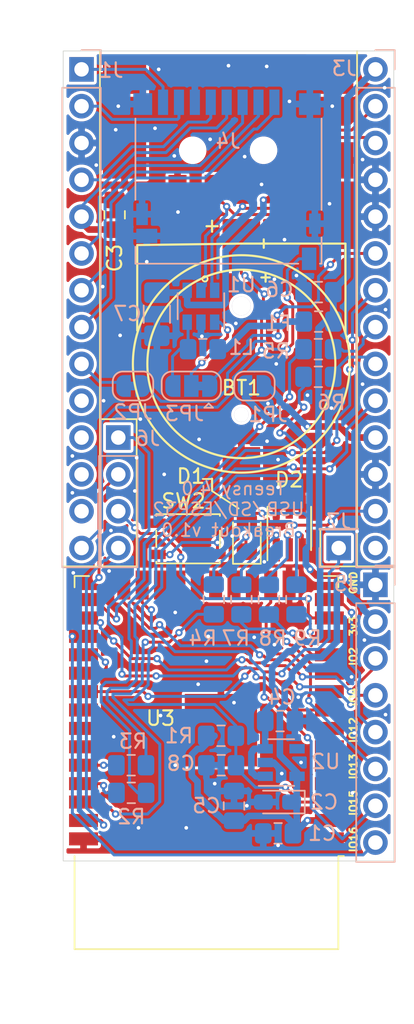
<source format=kicad_pcb>
(kicad_pcb (version 20171130) (host pcbnew "(5.1.5-0-10_14)")
  (layers (0 F.Cu signal) (31 B.Cu signal) (34 B.Paste user) (35 F.Paste user) (36 B.SilkS user) (37 F.SilkS user) (38 B.Mask user) (39 F.Mask user) (44 Edge.Cuts user))
  (net 0 "")
  (net 1 GND)
  (net 2 /VUSB)
  (net 3 /VBUS)
  (net 4 "Net-(F1-Pad1)")
  (net 5 /27)
  (net 6 /D+)
  (net 7 /D-)
  (net 8 /EN)
  (net 9 /DAT2)
  (net 10 /DAT3)
  (net 11 /CMD)
  (net 12 /CLK)
  (net 13 /DAT0)
  (net 14 /DAT1)
  (net 15 /29)
  (net 16 +3V3)
  (net 17 /28_EN)
  (net 18 "Net-(D1-Pad1)")
  (net 19 /VBAT)
  (net 20 /PROGRAM)
  (net 21 /3V3_Teensy)
  (net 22 /24_TX6)
  (net 23 /26_IO0)
  (net 24 /25_RX6)
  (net 25 "Net-(JP3-Pad3)")
  (net 26 /IO22)
  (net 27 /24)
  (net 28 /28)
  (net 29 /26)
  (net 30 /25)
  (net 31 /IO32_ESP_BUSY)
  (net 32 /IO14_MOSI)
  (net 33 /IO5_CS)
  (net 34 /IO23_MISO)
  (net 35 /IO18_SCK)
  (net 36 /IO25_RED)
  (net 37 /IO26_GREEN)
  (net 38 /IO27_BLUE)
  (net 39 /IO16)
  (net 40 /IO15)
  (net 41 /IO13)
  (net 42 /IO12)
  (net 43 /IO4)
  (net 44 /IO2)
  (net 45 "Net-(D2-Pad1)")
  (net 46 "Net-(D2-Pad2)")
  (net 47 "Net-(D2-Pad3)")
  (net 48 /SD_DET)
  (net 49 /3V3_SD)
  (module RF_Module:ESP32-WROOM-32 (layer F.Cu) (at 140.716 143.891 180)
    (fp_text reference U3 (at 3.175 0.0635 180) (layer F.SilkS))
    (fp_text value ESP32-WROOM-32D)
    (pad 38 smd rect (at 8.5 -8.255 180) (size 2 0.9) (layers F.Cu F.Paste F.Mask) (net 1 GND))
    (pad 37 smd rect (at 8.5 -6.985 180) (size 2 0.9) (layers F.Cu F.Paste F.Mask) (net 34 /IO23_MISO))
    (pad 36 smd rect (at 8.5 -5.715 180) (size 2 0.9) (layers F.Cu F.Paste F.Mask) (net 26 /IO22))
    (pad 35 smd rect (at 8.5 -4.445 180) (size 2 0.9) (layers F.Cu F.Paste F.Mask) (net 24 /25_RX6))
    (pad 34 smd rect (at 8.5 -3.175 180) (size 2 0.9) (layers F.Cu F.Paste F.Mask) (net 22 /24_TX6))
    (pad 33 smd rect (at 8.5 -1.905 180) (size 2 0.9) (layers F.Cu F.Paste F.Mask))
    (pad 32 smd rect (at 8.5 -0.635 180) (size 2 0.9) (layers F.Cu F.Paste F.Mask))
    (pad 31 smd rect (at 8.5 0.635 180) (size 2 0.9) (layers F.Cu F.Paste F.Mask))
    (pad 30 smd rect (at 8.5 1.905 180) (size 2 0.9) (layers F.Cu F.Paste F.Mask) (net 35 /IO18_SCK))
    (pad 29 smd rect (at 8.5 3.175 180) (size 2 0.9) (layers F.Cu F.Paste F.Mask) (net 33 /IO5_CS))
    (pad 28 smd rect (at 8.5 4.445 180) (size 2 0.9) (layers F.Cu F.Paste F.Mask))
    (pad 27 smd rect (at 8.5 5.715 180) (size 2 0.9) (layers F.Cu F.Paste F.Mask) (net 39 /IO16))
    (pad 26 smd rect (at 8.5 6.985 180) (size 2 0.9) (layers F.Cu F.Paste F.Mask) (net 43 /IO4))
    (pad 25 smd rect (at 8.5 8.255 180) (size 2 0.9) (layers F.Cu F.Paste F.Mask) (net 23 /26_IO0))
    (pad 24 smd rect (at 5.715 9.255 270) (size 2 0.9) (layers F.Cu F.Paste F.Mask) (net 44 /IO2))
    (pad 23 smd rect (at 4.445 9.255 270) (size 2 0.9) (layers F.Cu F.Paste F.Mask) (net 40 /IO15))
    (pad 22 smd rect (at 3.175 9.255 270) (size 2 0.9) (layers F.Cu F.Paste F.Mask))
    (pad 21 smd rect (at 1.905 9.255 270) (size 2 0.9) (layers F.Cu F.Paste F.Mask))
    (pad 20 smd rect (at 0.635 9.255 270) (size 2 0.9) (layers F.Cu F.Paste F.Mask))
    (pad 19 smd rect (at -0.635 9.255 270) (size 2 0.9) (layers F.Cu F.Paste F.Mask))
    (pad 18 smd rect (at -1.905 9.255 270) (size 2 0.9) (layers F.Cu F.Paste F.Mask))
    (pad 17 smd rect (at -3.175 9.255 270) (size 2 0.9) (layers F.Cu F.Paste F.Mask))
    (pad 16 smd rect (at -4.445 9.255 270) (size 2 0.9) (layers F.Cu F.Paste F.Mask) (net 41 /IO13))
    (pad 15 smd rect (at -5.715 9.255 270) (size 2 0.9) (layers F.Cu F.Paste F.Mask) (net 1 GND))
    (pad 14 smd rect (at -8.5 8.255 180) (size 2 0.9) (layers F.Cu F.Paste F.Mask) (net 42 /IO12))
    (pad 13 smd rect (at -8.5 6.985 180) (size 2 0.9) (layers F.Cu F.Paste F.Mask) (net 32 /IO14_MOSI))
    (pad 12 smd rect (at -8.5 5.715 180) (size 2 0.9) (layers F.Cu F.Paste F.Mask) (net 38 /IO27_BLUE))
    (pad 11 smd rect (at -8.5 4.445 180) (size 2 0.9) (layers F.Cu F.Paste F.Mask) (net 37 /IO26_GREEN))
    (pad 10 smd rect (at -8.5 3.175 180) (size 2 0.9) (layers F.Cu F.Paste F.Mask) (net 36 /IO25_RED))
    (pad 9 smd rect (at -8.5 1.905 180) (size 2 0.9) (layers F.Cu F.Paste F.Mask))
    (pad 8 smd rect (at -8.5 0.635 180) (size 2 0.9) (layers F.Cu F.Paste F.Mask) (net 31 /IO32_ESP_BUSY))
    (pad 7 smd rect (at -8.5 -0.635 180) (size 2 0.9) (layers F.Cu F.Paste F.Mask))
    (pad 6 smd rect (at -8.5 -1.905 180) (size 2 0.9) (layers F.Cu F.Paste F.Mask))
    (pad 5 smd rect (at -8.5 -3.175 180) (size 2 0.9) (layers F.Cu F.Paste F.Mask))
    (pad 4 smd rect (at -8.5 -4.445 180) (size 2 0.9) (layers F.Cu F.Paste F.Mask))
    (pad 3 smd rect (at -8.5 -5.715 180) (size 2 0.9) (layers F.Cu F.Paste F.Mask) (net 17 /28_EN))
    (pad 2 smd rect (at -8.5 -6.985 180) (size 2 0.9) (layers F.Cu F.Paste F.Mask) (net 16 +3V3))
    (pad 1 smd rect (at -8.5 -8.255 180) (size 2 0.9) (layers F.Cu F.Paste F.Mask) (net 1 GND))
    (pad 39 smd rect (at -1 -0.755 180) (size 5 5) (layers F.Cu F.Paste F.Mask) (net 1 GND))
  )
  (module Jumper:SolderJumper-2_P1.3mm_Open_RoundedPad1.0x1.5mm (layer B.Cu) (at 144.033 120.904 180)
    (fp_text reference JP1 (at -0.9375 -1.9685) (layer B.SilkS) (effects (justify mirror)))
    (fp_text value "Teensy 3.3")
    (pad 2 smd custom (at 0.65 0 180) (size 1 0.5) (layers B.Cu B.Mask) (net 16 +3V3) (options (clearance outline) (anchor rect)) (primitives (gr_circle (center 0 -0.25) (end 0.5 -0.25) (width 0)) (gr_circle (center 0 0.25) (end 0.5 0.25) (width 0)) (gr_poly (pts (xy 0 0.75) (xy -0.5 0.75) (xy -0.5 -0.75) (xy 0 -0.75)) (width 0))))
    (pad 1 smd custom (at -0.65 0 180) (size 1 0.5) (layers B.Cu B.Mask) (net 21 /3V3_Teensy) (options (clearance outline) (anchor rect)) (primitives (gr_circle (center 0 -0.25) (end 0.5 -0.25) (width 0)) (gr_circle (center 0 0.25) (end 0.5 0.25) (width 0)) (gr_poly (pts (xy 0 0.75) (xy 0.5 0.75) (xy 0.5 -0.75) (xy 0 -0.75)) (width 0))))
  )
  (module Connector_PinHeader_2.54mm:PinHeader_1x04_P2.54mm_Vertical (layer B.Cu) (at 134.62 124.46 180)
    (fp_text reference J6 (at -2.032 -0.0635) (layer B.SilkS) (effects (justify mirror)))
    (fp_text value Conn_01x04)
    (pad 4 thru_hole oval (at 0 -7.62 180) (size 1.7 1.7) (drill 1) (layers *.Cu *.Mask) (net 34 /IO23_MISO))
    (pad 3 thru_hole oval (at 0 -5.08 180) (size 1.7 1.7) (drill 1) (layers *.Cu *.Mask) (net 32 /IO14_MOSI))
    (pad 2 thru_hole oval (at 0 -2.54 180) (size 1.7 1.7) (drill 1) (layers *.Cu *.Mask) (net 33 /IO5_CS))
    (pad 1 thru_hole rect (at 0 0 180) (size 1.7 1.7) (drill 1) (layers *.Cu *.Mask) (net 31 /IO32_ESP_BUSY))
  )
  (module Connector_PinHeader_2.54mm:PinHeader_1x08_P2.54mm_Vertical (layer B.Cu) (at 152.4 134.62 180)
    (fp_text reference J5 (at 2.032 0.0635) (layer B.SilkS) (effects (justify mirror)))
    (fp_text value Conn_01x08)
    (pad 8 thru_hole oval (at 0 -17.78 180) (size 1.7 1.7) (drill 1) (layers *.Cu *.Mask) (net 39 /IO16))
    (pad 7 thru_hole oval (at 0 -15.24 180) (size 1.7 1.7) (drill 1) (layers *.Cu *.Mask) (net 40 /IO15))
    (pad 6 thru_hole oval (at 0 -12.7 180) (size 1.7 1.7) (drill 1) (layers *.Cu *.Mask) (net 41 /IO13))
    (pad 5 thru_hole oval (at 0 -10.16 180) (size 1.7 1.7) (drill 1) (layers *.Cu *.Mask) (net 42 /IO12))
    (pad 4 thru_hole oval (at 0 -7.62 180) (size 1.7 1.7) (drill 1) (layers *.Cu *.Mask) (net 43 /IO4))
    (pad 3 thru_hole oval (at 0 -5.08 180) (size 1.7 1.7) (drill 1) (layers *.Cu *.Mask) (net 44 /IO2))
    (pad 2 thru_hole oval (at 0 -2.54 180) (size 1.7 1.7) (drill 1) (layers *.Cu *.Mask) (net 16 +3V3))
    (pad 1 thru_hole rect (at 0 0 180) (size 1.7 1.7) (drill 1) (layers *.Cu *.Mask) (net 1 GND))
  )
  (module Capacitor_Tantalum_SMD:CP_EIA-2012-12_Kemet-R_Pad1.30x1.05mm_HandSolder (layer B.Cu) (at 145.628 149.606 180)
    (fp_text reference C2 (at -3.216 0) (layer B.SilkS) (effects (justify mirror)))
    (fp_text value 22u/10v)
    (pad 2 smd roundrect (at 0.975 0 180) (size 1.3 1.05) (layers B.Cu B.Paste B.Mask) (roundrect_rratio 0.238095) (net 1 GND))
    (pad 1 smd roundrect (at -0.975 0 180) (size 1.3 1.05) (layers B.Cu B.Paste B.Mask) (roundrect_rratio 0.238095) (net 16 +3V3))
  )
  (module Resistor_SMD:R_0805_2012Metric_Pad1.15x1.40mm_HandSolder (layer B.Cu) (at 146.939 135.636 270)
    (fp_text reference R9 (at 2.667 -0.762 180) (layer B.SilkS) (effects (justify mirror)))
    (fp_text value 1k)
    (pad 2 smd roundrect (at 1.025 0 270) (size 1.15 1.4) (layers B.Cu B.Paste B.Mask) (roundrect_rratio 0.217391) (net 38 /IO27_BLUE))
    (pad 1 smd roundrect (at -1.025 0 270) (size 1.15 1.4) (layers B.Cu B.Paste B.Mask) (roundrect_rratio 0.217391) (net 47 "Net-(D2-Pad3)"))
  )
  (module Resistor_SMD:R_0805_2012Metric_Pad1.15x1.40mm_HandSolder (layer B.Cu) (at 145.034 135.645 270)
    (fp_text reference R8 (at 2.658 -0.254) (layer B.SilkS) (effects (justify mirror)))
    (fp_text value 1k)
    (pad 2 smd roundrect (at 1.025 0 270) (size 1.15 1.4) (layers B.Cu B.Paste B.Mask) (roundrect_rratio 0.217391) (net 37 /IO26_GREEN))
    (pad 1 smd roundrect (at -1.025 0 270) (size 1.15 1.4) (layers B.Cu B.Paste B.Mask) (roundrect_rratio 0.217391) (net 46 "Net-(D2-Pad2)"))
  )
  (module Resistor_SMD:R_0805_2012Metric_Pad1.15x1.40mm_HandSolder (layer B.Cu) (at 143.129 135.636 270)
    (fp_text reference R7 (at 2.667 0.381) (layer B.SilkS) (effects (justify mirror)))
    (fp_text value 1k)
    (pad 2 smd roundrect (at 1.025 0 270) (size 1.15 1.4) (layers B.Cu B.Paste B.Mask) (roundrect_rratio 0.217391) (net 36 /IO25_RED))
    (pad 1 smd roundrect (at -1.025 0 270) (size 1.15 1.4) (layers B.Cu B.Paste B.Mask) (roundrect_rratio 0.217391) (net 45 "Net-(D2-Pad1)"))
  )
  (module Connector_PinHeader_2.54mm:PinHeader_1x01_P2.54mm_Vertical (layer B.Cu) (at 149.86 132.08)
    (fp_text reference J7 (at 0 -1.8415) (layer B.SilkS) (effects (justify mirror)))
    (fp_text value Conn_01x01)
    (pad 1 thru_hole rect (at 0 0) (size 1.7 1.7) (drill 1) (layers *.Cu *.Mask) (net 35 /IO18_SCK))
  )
  (module LED_SMD:LED_Avago_PLCC6_3x2.8mm (layer F.Cu) (at 146.442 130.732 90)
    (fp_text reference D2 (at 3.351 -0.011) (layer F.SilkS))
    (fp_text value LED_RGB)
    (pad 1 smd rect (at -1.475 -0.9 90) (size 1.6 0.5) (layers F.Cu F.Paste F.Mask) (net 45 "Net-(D2-Pad1)"))
    (pad 2 smd rect (at -1.475 0 90) (size 1.6 0.5) (layers F.Cu F.Paste F.Mask) (net 46 "Net-(D2-Pad2)"))
    (pad 3 smd rect (at -1.475 0.9 90) (size 1.6 0.5) (layers F.Cu F.Paste F.Mask) (net 47 "Net-(D2-Pad3)"))
    (pad 4 smd rect (at 1.475 0.9 90) (size 1.6 0.5) (layers F.Cu F.Paste F.Mask) (net 1 GND))
    (pad 5 smd rect (at 1.475 0 90) (size 1.6 0.5) (layers F.Cu F.Paste F.Mask) (net 1 GND))
    (pad 6 smd rect (at 1.475 -0.9 90) (size 1.6 0.5) (layers F.Cu F.Paste F.Mask) (net 1 GND))
  )
  (module Resistor_SMD:R_0805_2012Metric_Pad1.15x1.40mm_HandSolder (layer B.Cu) (at 148.454 120.269)
    (fp_text reference R6 (at 0.898 1.778) (layer B.SilkS) (effects (justify mirror)))
    (fp_text value 0R)
    (pad 2 smd roundrect (at 1.025 0) (size 1.15 1.4) (layers B.Cu B.Paste B.Mask) (roundrect_rratio 0.217391) (net 28 /28))
    (pad 1 smd roundrect (at -1.025 0) (size 1.15 1.4) (layers B.Cu B.Paste B.Mask) (roundrect_rratio 0.217391) (net 17 /28_EN))
  )
  (module Resistor_SMD:R_0805_2012Metric_Pad1.15x1.40mm_HandSolder (layer B.Cu) (at 148.454 118.364)
    (fp_text reference R5 (at -2.93 0.127) (layer B.SilkS) (effects (justify mirror)))
    (fp_text value 0R)
    (pad 2 smd roundrect (at 1.025 0) (size 1.15 1.4) (layers B.Cu B.Paste B.Mask) (roundrect_rratio 0.217391) (net 29 /26))
    (pad 1 smd roundrect (at -1.025 0) (size 1.15 1.4) (layers B.Cu B.Paste B.Mask) (roundrect_rratio 0.217391) (net 23 /26_IO0))
  )
  (module Button_Switch_SMD:SW_SPST_PTS810 (layer F.Cu) (at 139.446 131.445 180)
    (fp_text reference SW2 (at 0.3175 2.6035) (layer F.SilkS))
    (fp_text value PROGRAM)
    (pad 2 smd rect (at 2.075 1.075 180) (size 1.05 0.65) (layers F.Cu F.Paste F.Mask) (net 1 GND))
    (pad 2 smd rect (at -2.075 1.075 180) (size 1.05 0.65) (layers F.Cu F.Paste F.Mask) (net 1 GND))
    (pad 1 smd rect (at 2.075 -1.075 180) (size 1.05 0.65) (layers F.Cu F.Paste F.Mask) (net 20 /PROGRAM))
    (pad 1 smd rect (at -2.075 -1.075 180) (size 1.05 0.65) (layers F.Cu F.Paste F.Mask) (net 20 /PROGRAM))
  )
  (module BatteryHolder_MPD_BC501SM:BatteryHolder_MPD_BC501SM (layer F.Cu) (at 143.129 119.38 90)
    (fp_text reference BT1 (at -1.651 0 180) (layer F.SilkS))
    (fp_text value Battery_Cell)
    (fp_text user + (at 9.5 -2.1 90) (layer F.SilkS))
    (fp_text user - (at -8.3 -2.1 90) (layer F.SilkS))
    (pad "" thru_hole circle (at 4 0 90) (size 1.3 1.3) (drill 1.3) (layers *.Cu *.Mask))
    (pad "" thru_hole circle (at -3.5 0 90) (size 1 1) (drill 1) (layers *.Cu *.Mask))
    (pad 1 smd rect (at 8.23 0 90) (size 3.54 2.6) (layers F.Cu F.Paste F.Mask) (net 19 /VBAT))
    (pad 2 smd rect (at -7.57 0 90) (size 3.66 2.6) (layers F.Cu F.Paste F.Mask) (net 1 GND))
  )
  (module Package_TO_SOT_SMD:SOT-23-5 (layer B.Cu) (at 145.88 146.878)
    (fp_text reference U2 (at 3.091 -0.066) (layer B.SilkS) (effects (justify mirror)))
    (fp_text value TLV75733PDBVR)
    (pad 5 smd rect (at 1.1 0.95) (size 1.06 0.65) (layers B.Cu B.Paste B.Mask) (net 16 +3V3))
    (pad 4 smd rect (at 1.1 -0.95) (size 1.06 0.65) (layers B.Cu B.Paste B.Mask))
    (pad 3 smd rect (at -1.1 -0.95) (size 1.06 0.65) (layers B.Cu B.Paste B.Mask) (net 2 /VUSB))
    (pad 2 smd rect (at -1.1 0) (size 1.06 0.65) (layers B.Cu B.Paste B.Mask) (net 1 GND))
    (pad 1 smd rect (at -1.1 0.95) (size 1.06 0.65) (layers B.Cu B.Paste B.Mask) (net 2 /VUSB))
  )
  (module Resistor_SMD:R_0805_2012Metric_Pad1.15x1.40mm_HandSolder (layer B.Cu) (at 141.224 135.627 90)
    (fp_text reference R4 (at -2.676 -0.762 180) (layer B.SilkS) (effects (justify mirror)))
    (fp_text value 2k)
    (pad 2 smd roundrect (at 1.025 0 90) (size 1.15 1.4) (layers B.Cu B.Paste B.Mask) (roundrect_rratio 0.217391) (net 18 "Net-(D1-Pad1)"))
    (pad 1 smd roundrect (at -1.025 0 90) (size 1.15 1.4) (layers B.Cu B.Paste B.Mask) (roundrect_rratio 0.217391) (net 26 /IO22))
  )
  (module Resistor_SMD:R_0805_2012Metric_Pad1.15x1.40mm_HandSolder (layer B.Cu) (at 135.509 147.066)
    (fp_text reference R3 (at 0.127 -1.651) (layer B.SilkS) (effects (justify mirror)))
    (fp_text value 0R)
    (pad 2 smd roundrect (at 1.025 0) (size 1.15 1.4) (layers B.Cu B.Paste B.Mask) (roundrect_rratio 0.217391) (net 27 /24))
    (pad 1 smd roundrect (at -1.025 0) (size 1.15 1.4) (layers B.Cu B.Paste B.Mask) (roundrect_rratio 0.217391) (net 22 /24_TX6))
  )
  (module Resistor_SMD:R_0805_2012Metric_Pad1.15x1.40mm_HandSolder (layer B.Cu) (at 135.518 148.971)
    (fp_text reference R2 (at 0 1.65) (layer B.SilkS) (effects (justify mirror)))
    (fp_text value 0R)
    (pad 2 smd roundrect (at 1.025 0) (size 1.15 1.4) (layers B.Cu B.Paste B.Mask) (roundrect_rratio 0.217391) (net 30 /25))
    (pad 1 smd roundrect (at -1.025 0) (size 1.15 1.4) (layers B.Cu B.Paste B.Mask) (roundrect_rratio 0.217391) (net 24 /25_RX6))
  )
  (module Resistor_SMD:R_0805_2012Metric_Pad1.15x1.40mm_HandSolder (layer B.Cu) (at 141.723 145.034 180)
    (fp_text reference R1 (at 2.912 0) (layer B.SilkS) (effects (justify mirror)))
    (fp_text value 10k)
    (pad 2 smd roundrect (at 1.025 0 180) (size 1.15 1.4) (layers B.Cu B.Paste B.Mask) (roundrect_rratio 0.217391) (net 16 +3V3))
    (pad 1 smd roundrect (at -1.025 0 180) (size 1.15 1.4) (layers B.Cu B.Paste B.Mask) (roundrect_rratio 0.217391) (net 17 /28_EN))
  )
  (module Connector_PinHeader_2.54mm:PinHeader_1x14_P2.54mm_Vertical (layer B.Cu) (at 152.4 99.06 180)
    (fp_text reference J3 (at 2.159 0.0635) (layer B.SilkS) (effects (justify mirror)))
    (fp_text value Conn_01x14)
    (pad 14 thru_hole oval (at 0 -33.02 180) (size 1.7 1.7) (drill 1) (layers *.Cu *.Mask))
    (pad 13 thru_hole oval (at 0 -30.48 180) (size 1.7 1.7) (drill 1) (layers *.Cu *.Mask) (net 20 /PROGRAM))
    (pad 12 thru_hole oval (at 0 -27.94 180) (size 1.7 1.7) (drill 1) (layers *.Cu *.Mask) (net 1 GND))
    (pad 11 thru_hole oval (at 0 -25.4 180) (size 1.7 1.7) (drill 1) (layers *.Cu *.Mask) (net 21 /3V3_Teensy))
    (pad 10 thru_hole oval (at 0 -22.86 180) (size 1.7 1.7) (drill 1) (layers *.Cu *.Mask) (net 27 /24))
    (pad 9 thru_hole oval (at 0 -20.32 180) (size 1.7 1.7) (drill 1) (layers *.Cu *.Mask) (net 28 /28))
    (pad 8 thru_hole oval (at 0 -17.78 180) (size 1.7 1.7) (drill 1) (layers *.Cu *.Mask) (net 29 /26))
    (pad 7 thru_hole oval (at 0 -15.24 180) (size 1.7 1.7) (drill 1) (layers *.Cu *.Mask) (net 30 /25))
    (pad 6 thru_hole oval (at 0 -12.7 180) (size 1.7 1.7) (drill 1) (layers *.Cu *.Mask) (net 5 /27))
    (pad 5 thru_hole oval (at 0 -10.16 180) (size 1.7 1.7) (drill 1) (layers *.Cu *.Mask) (net 1 GND))
    (pad 4 thru_hole oval (at 0 -7.62 180) (size 1.7 1.7) (drill 1) (layers *.Cu *.Mask) (net 1 GND))
    (pad 3 thru_hole oval (at 0 -5.08 180) (size 1.7 1.7) (drill 1) (layers *.Cu *.Mask) (net 6 /D+))
    (pad 2 thru_hole oval (at 0 -2.54 180) (size 1.7 1.7) (drill 1) (layers *.Cu *.Mask) (net 7 /D-))
    (pad 1 thru_hole circle (at 0 0 180) (size 1.7 1.7) (drill 1) (layers *.Cu *.Mask) (net 2 /VUSB))
  )
  (module Connector_PinHeader_2.54mm:PinHeader_1x14_P2.54mm_Vertical (layer B.Cu) (at 132.08 99.06 180)
    (fp_text reference J1 (at -2.032 -0.0635) (layer B.SilkS) (effects (justify mirror)))
    (fp_text value Conn_01x14)
    (pad 14 thru_hole oval (at 0 -33.02 180) (size 1.7 1.7) (drill 1) (layers *.Cu *.Mask) (net 19 /VBAT))
    (pad 13 thru_hole oval (at 0 -30.48 180) (size 1.7 1.7) (drill 1) (layers *.Cu *.Mask))
    (pad 12 thru_hole oval (at 0 -27.94 180) (size 1.7 1.7) (drill 1) (layers *.Cu *.Mask))
    (pad 11 thru_hole oval (at 0 -25.4 180) (size 1.7 1.7) (drill 1) (layers *.Cu *.Mask))
    (pad 10 thru_hole oval (at 0 -22.86 180) (size 1.7 1.7) (drill 1) (layers *.Cu *.Mask))
    (pad 9 thru_hole oval (at 0 -20.32 180) (size 1.7 1.7) (drill 1) (layers *.Cu *.Mask) (net 15 /29))
    (pad 8 thru_hole oval (at 0 -17.78 180) (size 1.7 1.7) (drill 1) (layers *.Cu *.Mask) (net 9 /DAT2))
    (pad 7 thru_hole oval (at 0 -15.24 180) (size 1.7 1.7) (drill 1) (layers *.Cu *.Mask) (net 10 /DAT3))
    (pad 6 thru_hole oval (at 0 -12.7 180) (size 1.7 1.7) (drill 1) (layers *.Cu *.Mask) (net 11 /CMD))
    (pad 5 thru_hole oval (at 0 -10.16 180) (size 1.7 1.7) (drill 1) (layers *.Cu *.Mask) (net 49 /3V3_SD))
    (pad 4 thru_hole oval (at 0 -7.62 180) (size 1.7 1.7) (drill 1) (layers *.Cu *.Mask) (net 12 /CLK))
    (pad 3 thru_hole oval (at 0 -5.08 180) (size 1.7 1.7) (drill 1) (layers *.Cu *.Mask) (net 1 GND))
    (pad 2 thru_hole oval (at 0 -2.54 180) (size 1.7 1.7) (drill 1) (layers *.Cu *.Mask) (net 13 /DAT0))
    (pad 1 thru_hole rect (at 0 0 180) (size 1.7 1.7) (drill 1) (layers *.Cu *.Mask) (net 14 /DAT1))
  )
  (module LED_SMD:LED_0805_2012Metric_Pad1.15x1.40mm_HandSolder (layer F.Cu) (at 143.51 131.309 90)
    (fp_text reference D1 (at 4.182 -3.8735 180) (layer F.SilkS))
    (fp_text value LED)
    (pad 2 smd roundrect (at 1.025 0 90) (size 1.15 1.4) (layers F.Cu F.Paste F.Mask) (roundrect_rratio 0.217391) (net 16 +3V3))
    (pad 1 smd roundrect (at -1.025 0 90) (size 1.15 1.4) (layers F.Cu F.Paste F.Mask) (roundrect_rratio 0.217391) (net 18 "Net-(D1-Pad1)"))
  )
  (module Capacitor_SMD:C_0805_2012Metric_Pad1.15x1.40mm_HandSolder (layer B.Cu) (at 141.732 147.066 180)
    (fp_text reference C8 (at 2.785 0.127) (layer B.SilkS) (effects (justify mirror)))
    (fp_text value 1u)
    (pad 2 smd roundrect (at 1.025 0 180) (size 1.15 1.4) (layers B.Cu B.Paste B.Mask) (roundrect_rratio 0.217391) (net 1 GND))
    (pad 1 smd roundrect (at -1.025 0 180) (size 1.15 1.4) (layers B.Cu B.Paste B.Mask) (roundrect_rratio 0.217391) (net 17 /28_EN))
  )
  (module Capacitor_SMD:C_0805_2012Metric_Pad1.15x1.40mm_HandSolder (layer B.Cu) (at 142.621 149.869 90)
    (fp_text reference C5 (at 0.009 -1.905 180) (layer B.SilkS) (effects (justify mirror)))
    (fp_text value 1u)
    (pad 2 smd roundrect (at 1.025 0 90) (size 1.15 1.4) (layers B.Cu B.Paste B.Mask) (roundrect_rratio 0.217391) (net 1 GND))
    (pad 1 smd roundrect (at -1.025 0 90) (size 1.15 1.4) (layers B.Cu B.Paste B.Mask) (roundrect_rratio 0.217391) (net 16 +3V3))
  )
  (module Capacitor_SMD:C_0805_2012Metric_Pad1.15x1.40mm_HandSolder (layer B.Cu) (at 145.805 144.018)
    (fp_text reference C4 (at 0.118 -1.651) (layer B.SilkS) (effects (justify mirror)))
    (fp_text value 1u)
    (pad 2 smd roundrect (at 1.025 0) (size 1.15 1.4) (layers B.Cu B.Paste B.Mask) (roundrect_rratio 0.217391) (net 1 GND))
    (pad 1 smd roundrect (at -1.025 0) (size 1.15 1.4) (layers B.Cu B.Paste B.Mask) (roundrect_rratio 0.217391) (net 2 /VUSB))
  )
  (module Capacitor_SMD:C_0805_2012Metric_Pad1.15x1.40mm_HandSolder (layer B.Cu) (at 145.669 151.765 180)
    (fp_text reference C1 (at -3.048 0) (layer B.SilkS) (effects (justify mirror)))
    (fp_text value 0.1u/50v)
    (pad 2 smd roundrect (at 1.025 0 180) (size 1.15 1.4) (layers B.Cu B.Paste B.Mask) (roundrect_rratio 0.217391) (net 1 GND))
    (pad 1 smd roundrect (at -1.025 0 180) (size 1.15 1.4) (layers B.Cu B.Paste B.Mask) (roundrect_rratio 0.217391) (net 16 +3V3))
  )
  (module Jumper:SolderJumper-2_P1.3mm_Bridged_RoundedPad1.0x1.5mm (layer B.Cu) (at 135.636 120.904)
    (fp_text reference JP2 (at 0 1.8) (layer B.SilkS) (effects (justify mirror)))
    (fp_text value "Card Detect/29")
    (fp_poly (pts (xy 0.25 0.3) (xy -0.25 0.3) (xy -0.25 -0.3) (xy 0.25 -0.3)) (layer B.Cu) (width 0))
    (pad 1 smd custom (at -0.65 0) (size 1 0.5) (layers B.Cu B.Mask) (net 15 /29) (options (clearance outline) (anchor rect)) (primitives (gr_circle (center 0 -0.25) (end 0.5 -0.25) (width 0)) (gr_circle (center 0 0.25) (end 0.5 0.25) (width 0)) (gr_poly (pts (xy 0 0.75) (xy 0.5 0.75) (xy 0.5 -0.75) (xy 0 -0.75)) (width 0))))
    (pad 2 smd custom (at 0.65 0) (size 1 0.5) (layers B.Cu B.Mask) (net 48 /SD_DET) (options (clearance outline) (anchor rect)) (primitives (gr_circle (center 0 -0.25) (end 0.5 -0.25) (width 0)) (gr_circle (center 0 0.25) (end 0.5 0.25) (width 0)) (gr_poly (pts (xy 0 0.75) (xy -0.5 0.75) (xy -0.5 -0.75) (xy 0 -0.75)) (width 0))))
  )
  (module Connector_Card:microSD_HC_Hirose_DM3D-SF (layer B.Cu) (at 142.24 106.68)
    (fp_text reference J4 (at -0.0254 -2.667) (layer B.SilkS) (effects (justify mirror)))
    (fp_text value Micro_SD_Card_Det_Hirose_DM3AT)
    (pad 10 smd rect (at 5.575 5.45) (size 1 1.55) (layers B.Cu B.Paste B.Mask) (net 48 /SD_DET))
    (pad 11 smd rect (at 5.625 -5.225) (size 1.5 1.5) (layers B.Cu B.Paste B.Mask) (net 1 GND))
    (pad 1 smd rect (at 3.175 -5.35) (size 0.7 1.75) (layers B.Cu B.Paste B.Mask) (net 9 /DAT2))
    (pad 2 smd rect (at 2.075 -5.35) (size 0.7 1.75) (layers B.Cu B.Paste B.Mask) (net 10 /DAT3))
    (pad 3 smd rect (at 0.975 -5.35) (size 0.7 1.75) (layers B.Cu B.Paste B.Mask) (net 11 /CMD))
    (pad 4 smd rect (at -0.125 -5.35) (size 0.7 1.75) (layers B.Cu B.Paste B.Mask) (net 49 /3V3_SD))
    (pad 5 smd rect (at -1.225 -5.35) (size 0.7 1.75) (layers B.Cu B.Paste B.Mask) (net 12 /CLK))
    (pad 6 smd rect (at -2.325 -5.35) (size 0.7 1.75) (layers B.Cu B.Paste B.Mask) (net 1 GND))
    (pad 7 smd rect (at -3.425 -5.35) (size 0.7 1.75) (layers B.Cu B.Paste B.Mask) (net 13 /DAT0))
    (pad 11 smd rect (at 5.975 3.025) (size 0.8 1.4) (layers B.Cu B.Paste B.Mask) (net 1 GND))
    (pad 9 smd rect (at -5.65 3.875) (size 1.45 1) (layers B.Cu B.Paste B.Mask) (net 1 GND))
    (pad 11 smd rect (at -5.975 2.375) (size 0.8 1.5) (layers B.Cu B.Paste B.Mask) (net 1 GND))
    (pad 11 smd rect (at -5.9282 -5.225) (size 1.3 1.5) (layers B.Cu B.Paste B.Mask) (net 1 GND))
    (pad 8 smd rect (at -4.525 -5.35) (size 0.7 1.75) (layers B.Cu B.Paste B.Mask) (net 14 /DAT1))
  )
  (module USB_A_Receptacle_SMD_Wuerth_629104190121:USB_A_Receptacle_SMD_Wuerth_629104190121_Narrow (layer F.Cu) (at 142.2146 107.3404 180)
    (fp_text reference J2 hide)
    (fp_text value USB_A)
    (pad "" np_thru_hole circle (at 2.45 2.7 180) (size 1.5 1.5) (drill 1.5) (layers *.Cu *.Mask))
    (pad "" np_thru_hole circle (at -2.45 2.7 180) (size 1.5 1.5) (drill 1.5) (layers *.Cu *.Mask))
    (pad 5 smd rect (at 7.1625 7.846 180) (size 2.992001 2.508) (layers F.Cu F.Paste F.Mask) (net 1 GND))
    (pad 5 smd rect (at 7.1625 2 180) (size 2.992001 2.508) (layers F.Cu F.Paste F.Mask) (net 1 GND))
    (pad 5 smd rect (at -7.1625 7.846 180) (size 2.992001 2.508) (layers F.Cu F.Paste F.Mask) (net 1 GND))
    (pad 5 smd rect (at -7.1625 2 180) (size 2.992001 2.508) (layers F.Cu F.Paste F.Mask) (net 1 GND))
    (pad 4 smd rect (at 3.5 0 180) (size 1.25 2) (layers F.Cu F.Paste F.Mask) (net 1 GND))
    (pad 3 smd rect (at 1 0 180) (size 1.25 2) (layers F.Cu F.Paste F.Mask) (net 6 /D+))
    (pad 2 smd rect (at -1 0 180) (size 1.25 2) (layers F.Cu F.Paste F.Mask) (net 7 /D-))
    (pad 1 smd rect (at -3.5 0 180) (size 1.25 2) (layers F.Cu F.Paste F.Mask) (net 3 /VBUS))
  )
  (module Capacitor_SMD:C_0805_2012Metric_Pad1.15x1.40mm_HandSolder (layer F.Cu) (at 134.366 109.093 270)
    (fp_text reference C3 (at 2.9845 0 270) (layer F.SilkS))
    (fp_text value 10u)
    (pad 2 smd roundrect (at 1.025 0 270) (size 1.15 1.4) (layers F.Cu F.Paste F.Mask) (roundrect_rratio 0.217391) (net 49 /3V3_SD))
    (pad 1 smd roundrect (at -1.025 0 270) (size 1.15 1.4) (layers F.Cu F.Paste F.Mask) (roundrect_rratio 0.217391) (net 1 GND))
  )
  (module Jumper:SolderJumper-3_P1.3mm_Bridged12_RoundedPad1.0x1.5mm (layer B.Cu) (at 139.67 120.904 180)
    (fp_text reference JP3 (at 0.478 -1.905 180) (layer B.SilkS) (effects (justify mirror)))
    (fp_text value "Power Enable/27")
    (fp_poly (pts (xy -0.9 0.3) (xy -0.4 0.3) (xy -0.4 -0.3) (xy -0.9 -0.3)) (layer B.Cu) (width 0))
    (pad 1 smd custom (at -1.3 0 180) (size 1 0.5) (layers B.Cu B.Mask) (net 5 /27) (options (clearance outline) (anchor rect)) (primitives (gr_circle (center 0 -0.25) (end 0.5 -0.25) (width 0)) (gr_circle (center 0 0.25) (end 0.5 0.25) (width 0)) (gr_poly (pts (xy 0.55 0.75) (xy 0 0.75) (xy 0 -0.75) (xy 0.55 -0.75)) (width 0))))
    (pad 2 smd rect (at 0 0 180) (size 1 1.5) (layers B.Cu B.Mask) (net 8 /EN))
    (pad 3 smd custom (at 1.3 0 180) (size 1 0.5) (layers B.Cu B.Mask) (net 25 "Net-(JP3-Pad3)") (options (clearance outline) (anchor rect)) (primitives (gr_circle (center 0 -0.25) (end 0.5 -0.25) (width 0)) (gr_circle (center 0 0.25) (end 0.5 0.25) (width 0)) (gr_poly (pts (xy -0.55 0.75) (xy 0 0.75) (xy 0 -0.75) (xy -0.55 -0.75)) (width 0))))
  )
  (module Capacitor_SMD:C_1206_3216Metric_Pad1.42x1.75mm_HandSolder (layer B.Cu) (at 137.287 115.951 270)
    (fp_text reference C7 (at -0.0365 2.032 180) (layer B.SilkS) (effects (justify mirror)))
    (fp_text value 100u)
    (pad 2 smd roundrect (at 1.4875 0 270) (size 1.425 1.75) (layers B.Cu B.Paste B.Mask) (roundrect_rratio 0.175439) (net 1 GND))
    (pad 1 smd roundrect (at -1.4875 0 270) (size 1.425 1.75) (layers B.Cu B.Paste B.Mask) (roundrect_rratio 0.175439) (net 3 /VBUS))
  )
  (module Capacitor_SMD:C_0805_2012Metric_Pad1.15x1.40mm_HandSolder (layer B.Cu) (at 148.454 114.427 180)
    (fp_text reference C6 (at 2.6924 0.1778 180) (layer B.SilkS) (effects (justify mirror)))
    (fp_text value 2u2)
    (pad 2 smd roundrect (at 1.025 0 180) (size 1.15 1.4) (layers B.Cu B.Paste B.Mask) (roundrect_rratio 0.217391) (net 1 GND))
    (pad 1 smd roundrect (at -1.025 0 180) (size 1.15 1.4) (layers B.Cu B.Paste B.Mask) (roundrect_rratio 0.217391) (net 2 /VUSB))
  )
  (module Inductor_SMD:L_0805_2012Metric_Pad1.15x1.40mm_HandSolder (layer B.Cu) (at 148.472 116.459)
    (fp_text reference F1 (at -2.803 0.127 180) (layer B.SilkS) (effects (justify mirror)))
    (fp_text value 500mA)
    (pad 2 smd roundrect (at 1.025 0) (size 1.15 1.4) (layers B.Cu B.Paste B.Mask) (roundrect_rratio 0.217391) (net 2 /VUSB))
    (pad 1 smd roundrect (at -1.025 0) (size 1.15 1.4) (layers B.Cu B.Paste B.Mask) (roundrect_rratio 0.217391) (net 4 "Net-(F1-Pad1)"))
  )
  (module Package_TO_SOT_SMD:SOT-23-6 (layer B.Cu) (at 140.335 115.4 90)
    (fp_text reference U1 (at 1.481 2.794) (layer B.SilkS) (effects (justify mirror)))
    (fp_text value TPD3S014)
    (pad 5 smd rect (at 1.1 0 90) (size 1.06 0.65) (layers B.Cu B.Paste B.Mask) (net 6 /D+))
    (pad 6 smd rect (at 1.1 0.95 90) (size 1.06 0.65) (layers B.Cu B.Paste B.Mask) (net 7 /D-))
    (pad 4 smd rect (at 1.1 -0.95 90) (size 1.06 0.65) (layers B.Cu B.Paste B.Mask) (net 3 /VBUS))
    (pad 3 smd rect (at -1.1 -0.95 90) (size 1.06 0.65) (layers B.Cu B.Paste B.Mask) (net 25 "Net-(JP3-Pad3)"))
    (pad 2 smd rect (at -1.1 0 90) (size 1.06 0.65) (layers B.Cu B.Paste B.Mask) (net 1 GND))
    (pad 1 smd rect (at -1.1 0.95 90) (size 1.06 0.65) (layers B.Cu B.Paste B.Mask) (net 8 /EN))
  )
  (module Inductor_SMD:L_0805_2012Metric_Pad1.15x1.40mm_HandSolder (layer B.Cu) (at 140.471 118.364 180)
    (fp_text reference L1 (at -2.658 0.127) (layer B.SilkS) (effects (justify mirror)))
    (fp_text value "ferrite 150")
    (pad 2 smd roundrect (at 1.025 0 180) (size 1.15 1.4) (layers B.Cu B.Paste B.Mask) (roundrect_rratio 0.217391) (net 25 "Net-(JP3-Pad3)"))
    (pad 1 smd roundrect (at -1.025 0 180) (size 1.15 1.4) (layers B.Cu B.Paste B.Mask) (roundrect_rratio 0.217391) (net 4 "Net-(F1-Pad1)"))
  )
  (gr_text "IO16  IO15  IO13  IO12  IO4    IO2  3v3    GND" (at 150.876 143.383 90) (layer F.SilkS) (effects (font (size 0.508 0.508) (thickness 0.127))))
  (gr_line (start 148.59 133.35) (end 151.13 133.35) (layer F.SilkS) (width 0.12))
  (gr_line (start 148.59 130.81) (end 148.59 133.35) (layer F.SilkS) (width 0.12))
  (gr_line (start 151.13 130.81) (end 148.59 130.81) (layer F.SilkS) (width 0.12))
  (gr_line (start 135.89 123.19) (end 133.35 123.19) (layer F.SilkS) (width 0.12))
  (gr_line (start 135.89 133.35) (end 135.89 123.19) (layer F.SilkS) (width 0.12))
  (gr_line (start 130.81 133.35) (end 135.89 133.35) (layer F.SilkS) (width 0.12))
  (gr_line (start 133.35 97.79) (end 133.35 133.35) (layer F.SilkS) (width 0.12))
  (gr_line (start 151.13 133.35) (end 151.13 97.79) (layer F.SilkS) (width 0.12))
  (gr_line (start 153.67 133.35) (end 151.13 133.35) (layer F.SilkS) (width 0.12))
  (gr_line (start 151.13 133.35) (end 153.67 133.35) (layer F.SilkS) (width 0.12))
  (gr_line (start 141.097 127.3175) (end 140.462 127.3175) (layer F.SilkS) (width 0.12))
  (gr_line (start 141.097 128.143) (end 141.097 127.3175) (layer F.SilkS) (width 0.12))
  (gr_line (start 142.9385 129.3495) (end 141.097 128.143) (layer F.SilkS) (width 0.12))
  (gr_text + (at 144.8054 113.3602) (layer F.SilkS) (effects (font (size 0.762 0.762))))
  (gr_text + (at 144.6784 111.0234) (layer F.SilkS) (effects (font (size 0.762 0.762))))
  (gr_circle (center 140.6144 113.5126) (end 140.5128 113.665) (layer F.SilkS) (width 0.12))
  (gr_line (start 130.81 153.67) (end 130.81 97.79) (layer Edge.Cuts) (width 0.05))
  (gr_line (start 153.67 153.67) (end 130.81 153.67) (layer Edge.Cuts) (width 0.05))
  (gr_line (start 153.67 113.03) (end 153.67 153.67) (layer Edge.Cuts) (width 0.05))
  (gr_line (start 153.67 97.79) (end 153.67 113.03) (layer Edge.Cuts) (width 0.05))
  (gr_line (start 130.81 97.79) (end 153.67 97.79) (layer Edge.Cuts) (width 0.05))
  (gr_text "Teensy 4.0 \nUSB/SD/ESP32\nBreakout v1.0" (at 142.24 129.413) (layer B.SilkS) (effects (font (size 0.889 0.889) (thickness 0.127)) (justify mirror)))
  (via (at 142.621 142.748) (size 0.508) (drill 0.254) (layers F.Cu B.Cu) (net 1))
  (via (at 144.8816 98.8568) (size 0.508) (drill 0.254) (layers F.Cu B.Cu) (net 1))
  (via (at 137.414 99.06) (size 0.508) (drill 0.254) (layers F.Cu B.Cu) (net 1))
  (via (at 134.62 101.6) (size 0.508) (drill 0.254) (layers F.Cu B.Cu) (net 1))
  (via (at 142.24 98.806) (size 0.508) (drill 0.254) (layers F.Cu B.Cu) (net 1))
  (via (at 137.16 103.124) (size 0.508) (drill 0.254) (layers F.Cu B.Cu) (net 1))
  (via (at 133.096 105.664) (size 0.508) (drill 0.254) (layers F.Cu B.Cu) (net 1))
  (via (at 140.97 103.886) (size 0.508) (drill 0.254) (layers F.Cu B.Cu) (net 1))
  (via (at 146.4564 101.2698) (size 0.508) (drill 0.254) (layers F.Cu B.Cu) (net 1))
  (via (at 134.4422 103.2256) (size 0.508) (drill 0.254) (layers F.Cu B.Cu) (net 1))
  (via (at 138.4935 105.029) (size 0.508) (drill 0.254) (layers F.Cu B.Cu) (net 1))
  (via (at 143.3576 105.0798) (size 0.508) (drill 0.254) (layers F.Cu B.Cu) (net 1))
  (via (at 146.939 113.284) (size 0.508) (drill 0.254) (layers F.Cu B.Cu) (net 1))
  (segment (start 147.429 113.774) (end 146.939 113.284) (width 0.4572) (layer B.Cu) (net 1))
  (segment (start 147.429 114.427) (end 147.429 113.774) (width 0.4572) (layer B.Cu) (net 1))
  (via (at 137.795 127) (size 0.508) (drill 0.254) (layers F.Cu B.Cu) (net 1))
  (via (at 142.494 131.2545) (size 0.508) (drill 0.254) (layers F.Cu B.Cu) (net 1))
  (via (at 145.669 127.889) (size 0.508) (drill 0.254) (layers F.Cu B.Cu) (net 1))
  (via (at 144.907 124.714) (size 0.508) (drill 0.254) (layers F.Cu B.Cu) (net 1))
  (via (at 149.352 122.428) (size 0.508) (drill 0.254) (layers F.Cu B.Cu) (net 1))
  (via (at 133.604 121.92) (size 0.508) (drill 0.254) (layers F.Cu B.Cu) (net 1))
  (via (at 145.542 119.38) (size 0.508) (drill 0.254) (layers F.Cu B.Cu) (net 1))
  (via (at 151.13 130.937) (size 0.508) (drill 0.254) (layers F.Cu B.Cu) (net 1))
  (via (at 143.51 149.86) (size 0.508) (drill 0.254) (layers F.Cu B.Cu) (net 1))
  (via (at 137.541 143.637) (size 0.508) (drill 0.254) (layers F.Cu B.Cu) (net 1))
  (via (at 136.017 151.384) (size 0.508) (drill 0.254) (layers F.Cu B.Cu) (net 1))
  (via (at 135.763 128.143) (size 0.508) (drill 0.254) (layers F.Cu B.Cu) (net 1))
  (via (at 151.638 138.43) (size 0.508) (drill 0.254) (layers F.Cu B.Cu) (net 1))
  (via (at 142.748 116.586) (size 0.508) (drill 0.254) (layers F.Cu B.Cu) (net 1))
  (via (at 151.511 120.777) (size 0.508) (drill 0.254) (layers F.Cu B.Cu) (net 1))
  (via (at 138.557 136.525) (size 0.508) (drill 0.254) (layers F.Cu B.Cu) (net 1))
  (via (at 140.843 138.176) (size 0.508) (drill 0.254) (layers F.Cu B.Cu) (net 1))
  (via (at 140.716 139.8905) (size 0.508) (drill 0.254) (layers F.Cu B.Cu) (net 1))
  (via (at 140.1445 141.478) (size 0.508) (drill 0.254) (layers F.Cu B.Cu) (net 1))
  (via (at 144.018 138.2395) (size 0.508) (drill 0.254) (layers F.Cu B.Cu) (net 1))
  (via (at 145.669 152.5905) (size 0.508) (drill 0.254) (layers F.Cu B.Cu) (net 1))
  (via (at 138.557 147.066) (size 0.508) (drill 0.254) (layers F.Cu B.Cu) (net 1))
  (via (at 139.319 151.384) (size 0.508) (drill 0.254) (layers F.Cu B.Cu) (net 1))
  (via (at 140.208 124.587) (size 0.508) (drill 0.254) (layers F.Cu B.Cu) (net 1))
  (via (at 136.144 123.19) (size 0.508) (drill 0.254) (layers F.Cu B.Cu) (net 1))
  (via (at 145.415 113.538) (size 0.508) (drill 0.254) (layers F.Cu B.Cu) (net 1))
  (via (at 149.225 108.331) (size 0.508) (drill 0.254) (layers F.Cu B.Cu) (net 1))
  (via (at 151.511 105.283) (size 0.508) (drill 0.254) (layers F.Cu B.Cu) (net 1))
  (via (at 153.035 100.33) (size 0.508) (drill 0.254) (layers F.Cu B.Cu) (net 1))
  (via (at 135.89 125.857) (size 0.508) (drill 0.254) (layers F.Cu B.Cu) (net 1))
  (via (at 131.445 128.27) (size 0.508) (drill 0.254) (layers F.Cu B.Cu) (net 1))
  (via (at 134.3025 145.0975) (size 0.508) (drill 0.254) (layers F.Cu B.Cu) (net 1))
  (via (at 145.669 125.984) (size 0.508) (drill 0.254) (layers F.Cu B.Cu) (net 1))
  (via (at 133.5405 114.046) (size 0.508) (drill 0.254) (layers F.Cu B.Cu) (net 1))
  (via (at 144.9705 122.1105) (size 0.508) (drill 0.254) (layers F.Cu B.Cu) (net 1))
  (via (at 147.701 121.539) (size 0.508) (drill 0.254) (layers F.Cu B.Cu) (net 1))
  (via (at 150.9395 144.8435) (size 0.508) (drill 0.254) (layers F.Cu B.Cu) (net 1))
  (via (at 150.8125 148.971) (size 0.508) (drill 0.254) (layers F.Cu B.Cu) (net 1))
  (via (at 134.747 117.4115) (size 0.508) (drill 0.254) (layers F.Cu B.Cu) (net 1))
  (via (at 136.5885 112.3315) (size 0.508) (drill 0.254) (layers F.Cu B.Cu) (net 1))
  (via (at 138.7475 108.9025) (size 0.508) (drill 0.254) (layers F.Cu B.Cu) (net 1))
  (via (at 146.1135 110.8075) (size 0.508) (drill 0.254) (layers F.Cu B.Cu) (net 1))
  (via (at 144.526 106.9975) (size 0.508) (drill 0.254) (layers F.Cu B.Cu) (net 1))
  (via (at 149.4155 101.6) (size 0.508) (drill 0.254) (layers F.Cu B.Cu) (net 1))
  (via (at 140.3985 117.475) (size 0.508) (drill 0.254) (layers F.Cu B.Cu) (net 1))
  (segment (start 140.335 117.4115) (end 140.3985 117.475) (width 0.4572) (layer B.Cu) (net 1))
  (segment (start 140.335 116.5) (end 140.335 117.4115) (width 0.4572) (layer B.Cu) (net 1))
  (via (at 141.2875 148.336) (size 0.508) (drill 0.254) (layers F.Cu B.Cu) (net 1))
  (via (at 147.2565 146.8755) (size 0.508) (drill 0.254) (layers F.Cu B.Cu) (net 1))
  (via (at 145.923 147.6375) (size 0.508) (drill 0.254) (layers F.Cu B.Cu) (net 1))
  (segment (start 144.78 146.878) (end 145.354 146.878) (width 0.4572) (layer B.Cu) (net 1))
  (segment (start 145.923 147.447) (end 145.923 147.6375) (width 0.4572) (layer B.Cu) (net 1))
  (segment (start 145.354 146.878) (end 145.923 147.447) (width 0.4572) (layer B.Cu) (net 1))
  (via (at 145.415 138.7475) (size 0.508) (drill 0.254) (layers F.Cu B.Cu) (net 1))
  (via (at 134.112 130.8735) (size 0.508) (drill 0.254) (layers F.Cu B.Cu) (net 1))
  (via (at 133.985 133.6675) (size 0.508) (drill 0.254) (layers F.Cu B.Cu) (net 1))
  (via (at 144.7165 133.0325) (size 0.508) (drill 0.254) (layers F.Cu B.Cu) (net 1))
  (via (at 131.5085 133.7945) (size 0.508) (drill 0.254) (layers F.Cu B.Cu) (net 1))
  (via (at 153.0985 143.5735) (size 0.508) (drill 0.254) (layers F.Cu B.Cu) (net 1))
  (via (at 131.445 125.73) (size 0.508) (drill 0.254) (layers F.Cu B.Cu) (net 1))
  (via (at 153.0985 115.6335) (size 0.508) (drill 0.254) (layers F.Cu B.Cu) (net 1))
  (via (at 147.066 142.367) (size 0.508) (drill 0.254) (layers F.Cu B.Cu) (net 1))
  (via (at 150.749 140.97) (size 0.508) (drill 0.254) (layers F.Cu B.Cu) (net 1))
  (segment (start 144.78 144.018) (end 144.78 145.928) (width 0.4572) (layer B.Cu) (net 2))
  (segment (start 149.479 116.441) (end 149.497 116.459) (width 0.4572) (layer B.Cu) (net 2))
  (segment (start 149.479 114.427) (end 149.479 116.441) (width 0.4572) (layer B.Cu) (net 2))
  (segment (start 150.456901 113.322099) (end 149.497 114.282) (width 0.4572) (layer B.Cu) (net 2))
  (segment (start 150.456901 101.003099) (end 150.456901 113.322099) (width 0.4572) (layer B.Cu) (net 2))
  (segment (start 149.497 114.282) (end 149.497 116.459) (width 0.4572) (layer B.Cu) (net 2))
  (segment (start 152.4 99.06) (end 150.456901 101.003099) (width 0.4572) (layer B.Cu) (net 2))
  (segment (start 144.145 147.828) (end 144.78 147.828) (width 0.4572) (layer B.Cu) (net 2))
  (segment (start 143.818199 147.548441) (end 143.843758 147.574) (width 0.4572) (layer B.Cu) (net 2))
  (segment (start 143.904559 146.121199) (end 143.818199 146.207559) (width 0.4572) (layer B.Cu) (net 2))
  (segment (start 143.891 147.574) (end 144.145 147.828) (width 0.4572) (layer B.Cu) (net 2))
  (segment (start 143.818199 146.207559) (end 143.818199 147.548441) (width 0.4572) (layer B.Cu) (net 2))
  (segment (start 143.904559 146.041441) (end 143.904559 146.121199) (width 0.4572) (layer B.Cu) (net 2))
  (segment (start 143.843758 147.574) (end 143.891 147.574) (width 0.4572) (layer B.Cu) (net 2))
  (segment (start 144.018 145.928) (end 143.904559 146.041441) (width 0.4572) (layer B.Cu) (net 2))
  (segment (start 144.78 145.928) (end 144.018 145.928) (width 0.4572) (layer B.Cu) (net 2))
  (segment (start 146.370108 139.204679) (end 145.250726 140.324061) (width 0.4572) (layer B.Cu) (net 2))
  (segment (start 146.624109 139.204679) (end 146.370108 139.204679) (width 0.4572) (layer B.Cu) (net 2))
  (segment (start 148.220686 138.544302) (end 147.284484 138.544302) (width 0.4572) (layer B.Cu) (net 2))
  (segment (start 148.463 124.549678) (end 148.50109 124.587768) (width 0.4572) (layer B.Cu) (net 2))
  (segment (start 148.50109 133.189946) (end 148.577302 133.266158) (width 0.4572) (layer B.Cu) (net 2))
  (segment (start 144.78 143.318) (end 144.78 144.018) (width 0.4572) (layer B.Cu) (net 2))
  (segment (start 148.577302 138.187686) (end 148.220686 138.544302) (width 0.4572) (layer B.Cu) (net 2))
  (segment (start 145.465802 141.783814) (end 145.465802 142.632198) (width 0.4572) (layer B.Cu) (net 2))
  (segment (start 148.577302 133.266158) (end 148.577302 138.187686) (width 0.4572) (layer B.Cu) (net 2))
  (segment (start 148.50109 124.587768) (end 148.50109 133.189946) (width 0.4572) (layer B.Cu) (net 2))
  (segment (start 145.250726 140.324061) (end 145.250726 141.568738) (width 0.4572) (layer B.Cu) (net 2))
  (segment (start 147.284484 138.544302) (end 146.624109 139.204679) (width 0.4572) (layer B.Cu) (net 2))
  (segment (start 145.465802 142.632198) (end 144.78 143.318) (width 0.4572) (layer B.Cu) (net 2))
  (segment (start 148.463 116.918) (end 148.463 124.549678) (width 0.4572) (layer B.Cu) (net 2))
  (segment (start 145.250726 141.568738) (end 145.465802 141.783814) (width 0.4572) (layer B.Cu) (net 2))
  (segment (start 149.497 116.459) (end 148.922 116.459) (width 0.4572) (layer B.Cu) (net 2))
  (segment (start 148.922 116.459) (end 148.463 116.918) (width 0.4572) (layer B.Cu) (net 2))
  (segment (start 139.2215 114.4635) (end 139.385 114.3) (width 0.4572) (layer B.Cu) (net 3))
  (segment (start 137.287 114.4635) (end 139.2215 114.4635) (width 0.4572) (layer B.Cu) (net 3))
  (segment (start 144.978 108.077) (end 144.653 108.077) (width 0.4572) (layer F.Cu) (net 3))
  (via (at 144.653 108.077) (size 0.508) (drill 0.254) (layers F.Cu B.Cu) (net 3))
  (segment (start 145.7146 107.3404) (end 144.978 108.077) (width 0.4572) (layer F.Cu) (net 3))
  (segment (start 144.653 108.966) (end 144.653 108.077) (width 0.4572) (layer B.Cu) (net 3))
  (segment (start 142.041801 111.577199) (end 144.653 108.966) (width 0.4572) (layer B.Cu) (net 3))
  (segment (start 141.901242 115.316) (end 142.041801 115.175441) (width 0.4572) (layer B.Cu) (net 3))
  (segment (start 139.385 114.3) (end 139.385 115.2872) (width 0.4572) (layer B.Cu) (net 3))
  (segment (start 139.4138 115.316) (end 141.901242 115.316) (width 0.4572) (layer B.Cu) (net 3))
  (segment (start 142.041801 115.175441) (end 142.041801 111.577199) (width 0.4572) (layer B.Cu) (net 3))
  (segment (start 139.385 115.2872) (end 139.4138 115.316) (width 0.4572) (layer B.Cu) (net 3))
  (segment (start 147.447 116.459) (end 146.239488 116.459) (width 0.4572) (layer B.Cu) (net 4))
  (segment (start 143.671198 116.763802) (end 142.071 118.364) (width 0.4572) (layer B.Cu) (net 4))
  (segment (start 146.239488 116.459) (end 145.934686 116.763802) (width 0.4572) (layer B.Cu) (net 4))
  (segment (start 145.934686 116.763802) (end 143.671198 116.763802) (width 0.4572) (layer B.Cu) (net 4))
  (segment (start 142.071 118.364) (end 141.496 118.364) (width 0.4572) (layer B.Cu) (net 4))
  (via (at 145.6055 116.014504) (size 0.508) (drill 0.254) (layers F.Cu B.Cu) (net 5))
  (segment (start 140.97 120.65) (end 143.560787 118.059213) (width 0.2032) (layer B.Cu) (net 5))
  (segment (start 145.669 117.449612) (end 145.669 116.078004) (width 0.2032) (layer F.Cu) (net 5))
  (segment (start 145.271678 117.4115) (end 145.30979 117.449612) (width 0.2032) (layer B.Cu) (net 5))
  (segment (start 143.949721 117.4115) (end 145.271678 117.4115) (width 0.2032) (layer B.Cu) (net 5))
  (segment (start 145.30979 117.449612) (end 145.669 117.449612) (width 0.2032) (layer B.Cu) (net 5))
  (segment (start 143.560787 117.800434) (end 143.949721 117.4115) (width 0.2032) (layer B.Cu) (net 5))
  (via (at 145.669 117.449612) (size 0.508) (drill 0.254) (layers F.Cu B.Cu) (net 5))
  (segment (start 143.560787 118.059213) (end 143.560787 117.800434) (width 0.2032) (layer B.Cu) (net 5))
  (segment (start 145.669 116.078004) (end 145.6055 116.014504) (width 0.2032) (layer F.Cu) (net 5))
  (via (at 149.2885 112.522) (size 0.508) (drill 0.254) (layers F.Cu B.Cu) (net 5))
  (segment (start 149.542499 112.268001) (end 149.2885 112.522) (width 0.2032) (layer F.Cu) (net 5))
  (segment (start 150.0505 111.76) (end 149.542499 112.268001) (width 0.2032) (layer F.Cu) (net 5))
  (segment (start 145.6055 116.014504) (end 146.177003 115.443001) (width 0.2032) (layer B.Cu) (net 5))
  (segment (start 152.4 111.76) (end 150.0505 111.76) (width 0.2032) (layer F.Cu) (net 5))
  (segment (start 146.177003 115.443001) (end 147.972621 115.443001) (width 0.2032) (layer B.Cu) (net 5))
  (segment (start 149.034501 112.775999) (end 149.2885 112.522) (width 0.2032) (layer B.Cu) (net 5))
  (segment (start 148.463 114.952622) (end 148.463 113.3475) (width 0.2032) (layer B.Cu) (net 5))
  (segment (start 147.972621 115.443001) (end 148.463 114.952622) (width 0.2032) (layer B.Cu) (net 5))
  (segment (start 148.463 113.3475) (end 149.034501 112.775999) (width 0.2032) (layer B.Cu) (net 5))
  (segment (start 147.576299 103.842559) (end 147.576299 107.058701) (width 0.2032) (layer F.Cu) (net 6))
  (segment (start 147.576299 107.058701) (end 147.574 107.061) (width 0.2032) (layer F.Cu) (net 6))
  (segment (start 152.019 103.759) (end 147.659858 103.759) (width 0.2032) (layer F.Cu) (net 6))
  (segment (start 152.4 104.14) (end 152.019 103.759) (width 0.2032) (layer F.Cu) (net 6))
  (segment (start 147.659858 103.759) (end 147.576299 103.842559) (width 0.2032) (layer F.Cu) (net 6))
  (segment (start 146.685 109.093) (end 147.574 108.204) (width 0.2032) (layer F.Cu) (net 6))
  (segment (start 146.667199 109.075199) (end 146.685 109.093) (width 0.2032) (layer F.Cu) (net 6))
  (segment (start 142.666699 109.075199) (end 146.667199 109.075199) (width 0.2032) (layer F.Cu) (net 6))
  (segment (start 147.574 108.204) (end 147.574 107.654642) (width 0.2032) (layer F.Cu) (net 6))
  (segment (start 147.574 107.654642) (end 147.576299 107.652343) (width 0.2032) (layer F.Cu) (net 6))
  (segment (start 147.576299 107.652343) (end 147.576299 107.058701) (width 0.2032) (layer F.Cu) (net 6))
  (segment (start 141.2146 107.6231) (end 142.666699 109.075199) (width 0.2032) (layer F.Cu) (net 6))
  (segment (start 141.2146 107.3404) (end 141.2146 107.6231) (width 0.2032) (layer F.Cu) (net 6))
  (via (at 142.113 108.5215) (size 0.508) (drill 0.254) (layers F.Cu B.Cu) (net 6))
  (segment (start 142.113 109.093) (end 142.113 108.5215) (width 0.2032) (layer B.Cu) (net 6))
  (segment (start 140.6525 110.5535) (end 142.113 109.093) (width 0.2032) (layer B.Cu) (net 6))
  (segment (start 140.6525 113.9825) (end 140.6525 110.5535) (width 0.2032) (layer B.Cu) (net 6))
  (segment (start 140.335 114.3) (end 140.6525 113.9825) (width 0.2032) (layer B.Cu) (net 6))
  (segment (start 143.24 106.8578) (end 143.24 108.061) (width 0.2032) (layer F.Cu) (net 7))
  (segment (start 152.4 101.6) (end 152.146 101.346) (width 0.2032) (layer F.Cu) (net 7))
  (segment (start 143.2146 108.5436) (end 143.2146 107.3404) (width 0.2032) (layer F.Cu) (net 7))
  (segment (start 152.4 101.6) (end 150.749 103.251) (width 0.2032) (layer F.Cu) (net 7))
  (segment (start 146.558049 108.645201) (end 143.316201 108.645201) (width 0.2032) (layer F.Cu) (net 7))
  (segment (start 150.749 103.251) (end 147.593107 103.251) (width 0.2032) (layer F.Cu) (net 7))
  (segment (start 147.167589 108.035661) (end 146.558049 108.645201) (width 0.2032) (layer F.Cu) (net 7))
  (segment (start 147.593107 103.251) (end 147.167589 103.676518) (width 0.2032) (layer F.Cu) (net 7))
  (segment (start 147.167589 103.676518) (end 147.167589 108.035661) (width 0.2032) (layer F.Cu) (net 7))
  (segment (start 143.316201 108.645201) (end 143.2146 108.5436) (width 0.2032) (layer F.Cu) (net 7))
  (via (at 143.214608 108.516389) (size 0.508) (drill 0.254) (layers F.Cu B.Cu) (net 7))
  (segment (start 143.2146 108.5436) (end 143.2146 108.516397) (width 0.2032) (layer F.Cu) (net 7))
  (segment (start 143.2146 108.516397) (end 143.214608 108.516389) (width 0.2032) (layer F.Cu) (net 7))
  (segment (start 142.960609 108.770388) (end 143.214608 108.516389) (width 0.2032) (layer B.Cu) (net 7))
  (segment (start 141.097 110.683751) (end 142.960609 108.820142) (width 0.2032) (layer B.Cu) (net 7))
  (segment (start 142.960609 108.820142) (end 142.960609 108.770388) (width 0.2032) (layer B.Cu) (net 7))
  (segment (start 141.097 114.112) (end 141.097 110.683751) (width 0.2032) (layer B.Cu) (net 7))
  (segment (start 141.285 114.3) (end 141.097 114.112) (width 0.2032) (layer B.Cu) (net 7))
  (via (at 142.1765 117.0305) (size 0.508) (drill 0.254) (layers F.Cu B.Cu) (net 8))
  (segment (start 141.646 116.5) (end 142.1765 117.0305) (width 0.2032) (layer B.Cu) (net 8))
  (segment (start 141.285 116.5) (end 141.646 116.5) (width 0.2032) (layer B.Cu) (net 8))
  (via (at 140.3985 119.291134) (size 0.508) (drill 0.254) (layers F.Cu B.Cu) (net 8))
  (segment (start 139.67 120.019634) (end 140.3985 119.291134) (width 0.2032) (layer B.Cu) (net 8))
  (segment (start 139.67 120.65) (end 139.67 120.019634) (width 0.2032) (layer B.Cu) (net 8))
  (segment (start 142.1765 117.0305) (end 142.1765 117.513134) (width 0.2032) (layer F.Cu) (net 8))
  (segment (start 142.1765 117.513134) (end 140.3985 119.291134) (width 0.2032) (layer F.Cu) (net 8))
  (segment (start 144.221211 103.174789) (end 145.415 101.981) (width 0.2032) (layer B.Cu) (net 9))
  (segment (start 143.994354 103.174789) (end 144.221211 103.174789) (width 0.2032) (layer B.Cu) (net 9))
  (segment (start 140.616121 106.553022) (end 143.994354 103.174789) (width 0.2032) (layer B.Cu) (net 9))
  (segment (start 135.82028 106.553022) (end 140.616121 106.553022) (width 0.2032) (layer B.Cu) (net 9))
  (segment (start 134.112 108.261302) (end 135.82028 106.553022) (width 0.2032) (layer B.Cu) (net 9))
  (segment (start 134.112 114.808) (end 134.112 108.261302) (width 0.2032) (layer B.Cu) (net 9))
  (segment (start 145.415 101.981) (end 145.415 101.33) (width 0.2032) (layer B.Cu) (net 9))
  (segment (start 132.08 116.84) (end 134.112 114.808) (width 0.2032) (layer B.Cu) (net 9))
  (segment (start 135.65194 106.146611) (end 140.447781 106.146611) (width 0.2032) (layer B.Cu) (net 10))
  (segment (start 132.08 114.3) (end 133.705589 112.674411) (width 0.2032) (layer B.Cu) (net 10))
  (segment (start 140.447781 106.146611) (end 144.315 102.279392) (width 0.2032) (layer B.Cu) (net 10))
  (segment (start 133.705589 108.092962) (end 135.65194 106.146611) (width 0.2032) (layer B.Cu) (net 10))
  (segment (start 133.705589 112.674411) (end 133.705589 108.092962) (width 0.2032) (layer B.Cu) (net 10))
  (segment (start 144.315 102.279392) (end 144.315 101.33) (width 0.2032) (layer B.Cu) (net 10))
  (segment (start 133.299178 110.540822) (end 132.08 111.76) (width 0.2032) (layer B.Cu) (net 11))
  (segment (start 135.4582 105.7656) (end 135.400898 105.7656) (width 0.2032) (layer B.Cu) (net 11))
  (segment (start 133.299178 107.86732) (end 133.299178 110.540822) (width 0.2032) (layer B.Cu) (net 11))
  (segment (start 135.528599 105.695201) (end 135.4582 105.7656) (width 0.2032) (layer B.Cu) (net 11))
  (segment (start 143.215 101.33) (end 143.215 102.751106) (width 0.2032) (layer B.Cu) (net 11))
  (segment (start 143.215 102.751106) (end 140.270905 105.695201) (width 0.2032) (layer B.Cu) (net 11))
  (segment (start 135.400898 105.7656) (end 133.299178 107.86732) (width 0.2032) (layer B.Cu) (net 11))
  (segment (start 140.270905 105.695201) (end 135.528599 105.695201) (width 0.2032) (layer B.Cu) (net 11))
  (segment (start 139.441612 102.696588) (end 140.726612 102.696588) (width 0.2032) (layer B.Cu) (net 12))
  (segment (start 137.7442 104.394) (end 139.441612 102.696588) (width 0.2032) (layer B.Cu) (net 12))
  (segment (start 135.568081 104.394) (end 137.7442 104.394) (width 0.2032) (layer B.Cu) (net 12))
  (segment (start 140.726612 102.696588) (end 141.015 102.4082) (width 0.2032) (layer B.Cu) (net 12))
  (segment (start 132.08 106.68) (end 133.282081 106.68) (width 0.2032) (layer B.Cu) (net 12))
  (segment (start 133.282081 106.68) (end 135.568081 104.394) (width 0.2032) (layer B.Cu) (net 12))
  (segment (start 141.015 102.4082) (end 141.015 101.33) (width 0.2032) (layer B.Cu) (net 12))
  (segment (start 134.191882 102.509801) (end 138.713399 102.509801) (width 0.2032) (layer B.Cu) (net 13))
  (segment (start 133.282081 101.6) (end 134.191882 102.509801) (width 0.2032) (layer B.Cu) (net 13))
  (segment (start 138.815 102.4082) (end 138.815 101.33) (width 0.2032) (layer B.Cu) (net 13))
  (segment (start 138.713399 102.509801) (end 138.815 102.4082) (width 0.2032) (layer B.Cu) (net 13))
  (segment (start 132.08 101.6) (end 133.282081 101.6) (width 0.2032) (layer B.Cu) (net 13))
  (segment (start 137.715 100.2518) (end 137.715 101.33) (width 0.2032) (layer B.Cu) (net 14))
  (segment (start 136.5232 99.06) (end 137.715 100.2518) (width 0.2032) (layer B.Cu) (net 14))
  (segment (start 132.08 99.06) (end 136.5232 99.06) (width 0.2032) (layer B.Cu) (net 14))
  (segment (start 133.35 120.65) (end 132.08 119.38) (width 0.2032) (layer B.Cu) (net 15))
  (segment (start 134.971 120.65) (end 133.35 120.65) (width 0.2032) (layer B.Cu) (net 15))
  (via (at 147.701 150.876) (size 0.508) (drill 0.254) (layers F.Cu B.Cu) (net 16))
  (segment (start 146.812 151.765) (end 147.701 150.876) (width 0.4572) (layer B.Cu) (net 16))
  (segment (start 146.694 151.765) (end 146.812 151.765) (width 0.4572) (layer B.Cu) (net 16))
  (segment (start 147.701 150.876) (end 149.216 150.876) (width 0.4572) (layer F.Cu) (net 16))
  (segment (start 146.98 151.479) (end 146.694 151.765) (width 0.4572) (layer B.Cu) (net 16))
  (segment (start 146.939 149.606) (end 146.98 151.479) (width 0.4572) (layer B.Cu) (net 16))
  (segment (start 146.603 149.606) (end 146.939 149.606) (width 0.4572) (layer B.Cu) (net 16))
  (segment (start 146.98 147.828) (end 146.939 149.606) (width 0.4572) (layer B.Cu) (net 16))
  (segment (start 143.321 150.894) (end 142.621 150.894) (width 0.4572) (layer B.Cu) (net 16))
  (segment (start 143.65219 150.56281) (end 143.321 150.894) (width 0.4572) (layer B.Cu) (net 16))
  (segment (start 146.694 151.065) (end 146.19181 150.56281) (width 0.4572) (layer B.Cu) (net 16))
  (segment (start 146.19181 150.56281) (end 143.65219 150.56281) (width 0.4572) (layer B.Cu) (net 16))
  (segment (start 146.694 151.765) (end 146.694 151.065) (width 0.4572) (layer B.Cu) (net 16))
  (segment (start 143.773 130.683) (end 143.773 130.674) (width 0.4572) (layer F.Cu) (net 16))
  (segment (start 141.44519 150.46219) (end 141.48919 150.46219) (width 0.4572) (layer B.Cu) (net 16))
  (segment (start 139.70019 147.798418) (end 140.099582 148.19781) (width 0.4572) (layer B.Cu) (net 16))
  (segment (start 140.099582 145.93419) (end 139.70019 146.333582) (width 0.4572) (layer B.Cu) (net 16))
  (segment (start 141.48919 150.46219) (end 141.921 150.894) (width 0.4572) (layer B.Cu) (net 16))
  (segment (start 139.70019 146.333582) (end 139.70019 147.798418) (width 0.4572) (layer B.Cu) (net 16))
  (segment (start 140.37281 145.93419) (end 140.099582 145.93419) (width 0.4572) (layer B.Cu) (net 16))
  (segment (start 140.099582 149.116582) (end 141.44519 150.46219) (width 0.4572) (layer B.Cu) (net 16))
  (segment (start 141.273 145.034) (end 140.37281 145.93419) (width 0.4572) (layer B.Cu) (net 16))
  (segment (start 141.921 150.894) (end 142.621 150.894) (width 0.4572) (layer B.Cu) (net 16))
  (segment (start 140.099582 148.19781) (end 140.099582 149.116582) (width 0.4572) (layer B.Cu) (net 16))
  (segment (start 140.698 145.034) (end 141.273 145.034) (width 0.4572) (layer B.Cu) (net 16))
  (segment (start 147.891491 133.514309) (end 147.891491 133.604) (width 0.4572) (layer B.Cu) (net 16))
  (segment (start 147.58668 133.209498) (end 147.891491 133.514309) (width 0.4572) (layer B.Cu) (net 16))
  (segment (start 143.383 120.904) (end 143.383 121.651592) (width 0.4572) (layer B.Cu) (net 16))
  (segment (start 143.383 121.651592) (end 145.035721 123.304313) (width 0.4572) (layer B.Cu) (net 16))
  (via (at 147.886631 133.545369) (size 0.508) (drill 0.254) (layers F.Cu B.Cu) (net 16))
  (segment (start 149.733 134.371584) (end 149.737709 134.376293) (width 0.4572) (layer B.Cu) (net 16))
  (segment (start 146.283673 123.304313) (end 147.840672 124.861312) (width 0.4572) (layer B.Cu) (net 16))
  (segment (start 147.840672 124.861312) (end 147.840678 131.903004) (width 0.4572) (layer B.Cu) (net 16))
  (segment (start 147.586679 132.157004) (end 147.58668 133.209498) (width 0.4572) (layer B.Cu) (net 16))
  (segment (start 147.840678 131.903004) (end 147.586679 132.157004) (width 0.4572) (layer B.Cu) (net 16))
  (segment (start 145.035721 123.304313) (end 146.283673 123.304313) (width 0.4572) (layer B.Cu) (net 16))
  (via (at 150.004984 134.122294) (size 0.508) (drill 0.254) (layers F.Cu B.Cu) (net 16))
  (segment (start 149.737709 134.376293) (end 149.750985 134.376293) (width 0.4572) (layer B.Cu) (net 16))
  (segment (start 149.750985 134.376293) (end 150.004984 134.122294) (width 0.4572) (layer B.Cu) (net 16))
  (segment (start 151.550001 136.310001) (end 152.4 137.16) (width 0.4572) (layer B.Cu) (net 16))
  (segment (start 149.733 134.371584) (end 149.733 134.430514) (width 0.4572) (layer B.Cu) (net 16))
  (segment (start 151.078186 135.712198) (end 151.550001 136.184013) (width 0.4572) (layer B.Cu) (net 16))
  (segment (start 149.733 134.430514) (end 151.014684 135.712198) (width 0.4572) (layer B.Cu) (net 16))
  (segment (start 151.014684 135.712198) (end 151.078186 135.712198) (width 0.4572) (layer B.Cu) (net 16))
  (segment (start 151.550001 136.184013) (end 151.550001 136.310001) (width 0.4572) (layer B.Cu) (net 16))
  (segment (start 149.86769 133.985) (end 150.004984 134.122294) (width 0.4572) (layer F.Cu) (net 16))
  (segment (start 148.326262 133.985) (end 149.86769 133.985) (width 0.4572) (layer F.Cu) (net 16))
  (segment (start 147.886631 133.545369) (end 148.326262 133.985) (width 0.4572) (layer F.Cu) (net 16))
  (segment (start 149.733 138.540702) (end 148.662578 139.611124) (width 0.4572) (layer B.Cu) (net 16))
  (segment (start 148.662578 139.611124) (end 147.791123 139.611124) (width 0.4572) (layer B.Cu) (net 16))
  (segment (start 149.733 134.371584) (end 149.733 138.540702) (width 0.4572) (layer B.Cu) (net 16))
  (segment (start 143.529787 129.689213) (end 144.203281 129.689213) (width 0.2032) (layer F.Cu) (net 16))
  (segment (start 144.921701 129.689213) (end 144.562491 129.689213) (width 0.2032) (layer B.Cu) (net 16))
  (segment (start 144.203281 129.689213) (end 144.562491 129.689213) (width 0.2032) (layer F.Cu) (net 16))
  (via (at 144.562491 129.689213) (size 0.508) (drill 0.254) (layers F.Cu B.Cu) (net 16))
  (segment (start 143.51 130.284) (end 143.51 129.709) (width 0.2032) (layer F.Cu) (net 16))
  (segment (start 147.469213 129.689213) (end 144.921701 129.689213) (width 0.2032) (layer B.Cu) (net 16))
  (segment (start 147.701 129.921) (end 147.469213 129.689213) (width 0.2032) (layer B.Cu) (net 16))
  (segment (start 143.51 129.709) (end 143.529787 129.689213) (width 0.2032) (layer F.Cu) (net 16))
  (segment (start 146.622328 141.085363) (end 146.622328 140.71517) (width 0.4572) (layer B.Cu) (net 16))
  (segment (start 146.622328 140.71517) (end 147.726375 139.611123) (width 0.4572) (layer B.Cu) (net 16))
  (segment (start 146.126213 141.581478) (end 146.622328 141.085363) (width 0.4572) (layer B.Cu) (net 16))
  (segment (start 145.796 143.307886) (end 146.126213 142.977673) (width 0.4572) (layer B.Cu) (net 16))
  (segment (start 147.726375 139.611123) (end 147.791123 139.611123) (width 0.4572) (layer B.Cu) (net 16))
  (segment (start 145.796 146.386038) (end 145.796 143.307886) (width 0.4572) (layer B.Cu) (net 16))
  (segment (start 146.98 147.570038) (end 145.796 146.386038) (width 0.4572) (layer B.Cu) (net 16))
  (segment (start 146.126213 142.977673) (end 146.126213 141.581478) (width 0.4572) (layer B.Cu) (net 16))
  (segment (start 146.98 147.828) (end 146.98 147.570038) (width 0.4572) (layer B.Cu) (net 16))
  (segment (start 142.748 147.057) (end 142.757 147.066) (width 0.2032) (layer B.Cu) (net 17))
  (segment (start 142.748 145.034) (end 142.748 147.057) (width 0.2032) (layer B.Cu) (net 17))
  (via (at 146.177 148.59) (size 0.508) (drill 0.254) (layers F.Cu B.Cu) (net 17))
  (segment (start 147.193 149.606) (end 146.177 148.59) (width 0.2032) (layer F.Cu) (net 17))
  (segment (start 149.216 149.606) (end 147.193 149.606) (width 0.2032) (layer F.Cu) (net 17))
  (segment (start 142.757 147.241599) (end 142.757 147.066) (width 0.2032) (layer B.Cu) (net 17))
  (segment (start 144.105401 148.59) (end 142.757 147.241599) (width 0.2032) (layer B.Cu) (net 17))
  (segment (start 146.177 148.59) (end 144.105401 148.59) (width 0.2032) (layer B.Cu) (net 17))
  (segment (start 147.429 120.969) (end 147.1295 121.2685) (width 0.2032) (layer B.Cu) (net 17))
  (segment (start 147.1295 122.047) (end 147.447 122.3645) (width 0.2032) (layer B.Cu) (net 17))
  (via (at 147.447 122.3645) (size 0.508) (drill 0.254) (layers F.Cu B.Cu) (net 17))
  (segment (start 147.429 120.269) (end 147.429 120.969) (width 0.2032) (layer B.Cu) (net 17))
  (segment (start 147.1295 121.2685) (end 147.1295 122.047) (width 0.2032) (layer B.Cu) (net 17))
  (via (at 145.795994 124.1425) (size 0.508) (drill 0.254) (layers F.Cu B.Cu) (net 17))
  (segment (start 147.447 122.3645) (end 145.795994 124.015506) (width 0.2032) (layer F.Cu) (net 17))
  (segment (start 145.795994 124.015506) (end 145.795994 124.1425) (width 0.2032) (layer F.Cu) (net 17))
  (segment (start 147.281902 126.844554) (end 147.037554 127.088902) (width 0.2032) (layer B.Cu) (net 17))
  (segment (start 135.00408 142.557534) (end 135.321546 142.875) (width 0.2032) (layer B.Cu) (net 17))
  (segment (start 136.296434 137.557448) (end 137.045737 138.306751) (width 0.2032) (layer B.Cu) (net 17))
  (segment (start 142.748 144.334) (end 142.748 145.034) (width 0.2032) (layer B.Cu) (net 17))
  (segment (start 136.683784 141.520995) (end 135.647246 142.557534) (width 0.2032) (layer B.Cu) (net 17))
  (segment (start 136.740945 140.070085) (end 136.683784 140.127246) (width 0.2032) (layer B.Cu) (net 17))
  (segment (start 146.155204 124.1425) (end 147.281902 125.269198) (width 0.2032) (layer B.Cu) (net 17))
  (segment (start 145.795994 124.1425) (end 146.155204 124.1425) (width 0.2032) (layer B.Cu) (net 17))
  (segment (start 137.628054 134.78542) (end 136.296434 136.11704) (width 0.2032) (layer B.Cu) (net 17))
  (segment (start 136.296434 136.11704) (end 136.296434 137.557448) (width 0.2032) (layer B.Cu) (net 17))
  (segment (start 136.740945 139.147993) (end 136.740945 140.070085) (width 0.2032) (layer B.Cu) (net 17))
  (segment (start 147.037554 127.088902) (end 142.804357 127.088902) (width 0.2032) (layer B.Cu) (net 17))
  (segment (start 142.804357 127.088902) (end 137.628054 132.265205) (width 0.2032) (layer B.Cu) (net 17))
  (segment (start 147.281902 125.269198) (end 147.281902 126.844554) (width 0.2032) (layer B.Cu) (net 17))
  (segment (start 135.647246 142.557534) (end 135.00408 142.557534) (width 0.2032) (layer B.Cu) (net 17))
  (segment (start 137.045737 138.843201) (end 136.740945 139.147993) (width 0.2032) (layer B.Cu) (net 17))
  (segment (start 135.321546 142.875) (end 141.289 142.875) (width 0.2032) (layer B.Cu) (net 17))
  (segment (start 137.628054 132.265205) (end 137.628054 134.78542) (width 0.2032) (layer B.Cu) (net 17))
  (segment (start 136.683784 140.127246) (end 136.683784 141.520995) (width 0.2032) (layer B.Cu) (net 17))
  (segment (start 137.045737 138.306751) (end 137.045737 138.843201) (width 0.2032) (layer B.Cu) (net 17))
  (segment (start 141.289 142.875) (end 142.748 144.334) (width 0.2032) (layer B.Cu) (net 17))
  (segment (start 141.224 134.602) (end 141.224 133.5405) (width 0.2032) (layer B.Cu) (net 18))
  (via (at 143.4465 131.318) (size 0.508) (drill 0.254) (layers F.Cu B.Cu) (net 18))
  (segment (start 143.4465 132.4065) (end 143.4465 131.67721) (width 0.2032) (layer F.Cu) (net 18))
  (segment (start 143.51 132.47) (end 143.4465 132.4065) (width 0.2032) (layer F.Cu) (net 18))
  (segment (start 141.224 133.5405) (end 143.4465 131.318) (width 0.2032) (layer B.Cu) (net 18))
  (segment (start 143.4465 131.67721) (end 143.4465 131.318) (width 0.2032) (layer F.Cu) (net 18))
  (segment (start 143.2898 113.284) (end 143.383 113.284) (width 0.2032) (layer F.Cu) (net 19))
  (segment (start 143.129 113.1232) (end 143.2898 113.284) (width 0.2032) (layer F.Cu) (net 19))
  (via (at 143.383 113.284) (size 0.508) (drill 0.254) (layers F.Cu B.Cu) (net 19))
  (segment (start 143.129 111.15) (end 143.129 113.1232) (width 0.2032) (layer F.Cu) (net 19))
  (via (at 144.526 118.4275) (size 0.508) (drill 0.254) (layers F.Cu B.Cu) (net 19))
  (segment (start 144.208493 118.681499) (end 144.272001 118.681499) (width 0.2032) (layer B.Cu) (net 19))
  (segment (start 134.466137 122.365221) (end 141.4683 122.365221) (width 0.2032) (layer B.Cu) (net 19))
  (segment (start 132.08 132.08) (end 133.465199 130.694801) (width 0.2032) (layer B.Cu) (net 19))
  (segment (start 133.465199 130.694801) (end 133.465199 123.366159) (width 0.2032) (layer B.Cu) (net 19))
  (segment (start 133.465199 123.366159) (end 134.466137 122.365221) (width 0.2032) (layer B.Cu) (net 19))
  (segment (start 141.4683 122.365221) (end 142.57819 121.255331) (width 0.2032) (layer B.Cu) (net 19))
  (segment (start 142.57819 121.255331) (end 142.57819 120.311802) (width 0.2032) (layer B.Cu) (net 19))
  (segment (start 144.272001 118.681499) (end 144.526 118.4275) (width 0.2032) (layer B.Cu) (net 19))
  (segment (start 142.57819 120.311802) (end 144.208493 118.681499) (width 0.2032) (layer B.Cu) (net 19))
  (segment (start 144.653 114.554) (end 144.7165 114.554) (width 0.2032) (layer B.Cu) (net 19))
  (segment (start 143.383 113.284) (end 144.653 114.554) (width 0.2032) (layer B.Cu) (net 19))
  (via (at 144.7165 114.554) (size 0.508) (drill 0.254) (layers F.Cu B.Cu) (net 19))
  (segment (start 144.653 114.6175) (end 144.7165 114.554) (width 0.2032) (layer F.Cu) (net 19))
  (segment (start 144.526 115.7605) (end 144.653 115.6335) (width 0.2032) (layer F.Cu) (net 19))
  (segment (start 144.653 115.6335) (end 144.653 114.6175) (width 0.2032) (layer F.Cu) (net 19))
  (segment (start 144.526 118.4275) (end 144.526 115.7605) (width 0.2032) (layer F.Cu) (net 19))
  (via (at 141.478 131.699) (size 0.508) (drill 0.254) (layers F.Cu B.Cu) (net 20))
  (segment (start 141.478 132.477) (end 141.521 132.52) (width 0.2032) (layer F.Cu) (net 20))
  (segment (start 141.478 131.699) (end 141.478 132.477) (width 0.2032) (layer F.Cu) (net 20))
  (segment (start 150.0505 129.54) (end 149.352 130.2385) (width 0.2032) (layer B.Cu) (net 20))
  (via (at 149.352 130.2385) (size 0.508) (drill 0.254) (layers F.Cu B.Cu) (net 20))
  (segment (start 152.4 129.54) (end 150.0505 129.54) (width 0.2032) (layer B.Cu) (net 20))
  (via (at 146.781556 130.505355) (size 0.508) (drill 0.254) (layers F.Cu B.Cu) (net 20))
  (segment (start 146.832514 130.55599) (end 146.832514 130.548883) (width 0.2032) (layer F.Cu) (net 20))
  (segment (start 149.085145 130.505355) (end 146.781556 130.505355) (width 0.2032) (layer F.Cu) (net 20))
  (segment (start 146.832514 130.548883) (end 146.788986 130.505355) (width 0.2032) (layer F.Cu) (net 20))
  (segment (start 146.788986 130.505355) (end 146.781556 130.505355) (width 0.2032) (layer F.Cu) (net 20))
  (segment (start 149.352 130.2385) (end 149.085145 130.505355) (width 0.2032) (layer F.Cu) (net 20))
  (segment (start 141.478 131.699) (end 141.478 131.33979) (width 0.2032) (layer B.Cu) (net 20))
  (segment (start 146.527557 130.251356) (end 146.781556 130.505355) (width 0.2032) (layer B.Cu) (net 20))
  (segment (start 146.524224 130.248023) (end 146.527557 130.251356) (width 0.2032) (layer B.Cu) (net 20))
  (segment (start 141.478 131.33979) (end 142.569767 130.248023) (width 0.2032) (layer B.Cu) (net 20))
  (segment (start 142.569767 130.248023) (end 146.524224 130.248023) (width 0.2032) (layer B.Cu) (net 20))
  (segment (start 139.021287 131.699) (end 138.186856 132.533431) (width 0.2032) (layer B.Cu) (net 20))
  (via (at 138.186856 132.533431) (size 0.508) (drill 0.254) (layers F.Cu B.Cu) (net 20))
  (segment (start 141.478 131.699) (end 139.021287 131.699) (width 0.2032) (layer B.Cu) (net 20))
  (segment (start 138.173425 132.52) (end 138.186856 132.533431) (width 0.2032) (layer F.Cu) (net 20))
  (segment (start 137.371 132.52) (end 138.173425 132.52) (width 0.2032) (layer F.Cu) (net 20))
  (via (at 147.701 123.698006) (size 0.508) (drill 0.254) (layers F.Cu B.Cu) (net 21))
  (segment (start 147.447001 123.444007) (end 147.701 123.698006) (width 0.4572) (layer B.Cu) (net 21))
  (segment (start 145.777403 121.744403) (end 145.777403 121.975796) (width 0.4572) (layer B.Cu) (net 21))
  (segment (start 146.134019 122.332412) (end 146.272926 122.332412) (width 0.4572) (layer B.Cu) (net 21))
  (segment (start 145.777403 121.975796) (end 146.134019 122.332412) (width 0.4572) (layer B.Cu) (net 21))
  (segment (start 147.384521 123.444007) (end 147.447001 123.444007) (width 0.4572) (layer B.Cu) (net 21))
  (segment (start 144.683 120.65) (end 145.777403 121.744403) (width 0.4572) (layer B.Cu) (net 21))
  (segment (start 146.272926 122.332412) (end 147.384521 123.444007) (width 0.4572) (layer B.Cu) (net 21))
  (segment (start 152.4 124.46) (end 150.684486 124.46) (width 0.4572) (layer F.Cu) (net 21))
  (segment (start 149.922492 123.698006) (end 147.701 123.698006) (width 0.4572) (layer F.Cu) (net 21))
  (segment (start 150.684486 124.46) (end 149.922492 123.698006) (width 0.4572) (layer F.Cu) (net 21))
  (via (at 133.603988 147.066) (size 0.508) (drill 0.254) (layers F.Cu B.Cu) (net 22))
  (segment (start 132.216 147.066) (end 133.603988 147.066) (width 0.2032) (layer F.Cu) (net 22))
  (segment (start 134.484 147.066) (end 133.603988 147.066) (width 0.2032) (layer B.Cu) (net 22))
  (via (at 144.399 123.698) (size 0.508) (drill 0.254) (layers F.Cu B.Cu) (net 23))
  (via (at 146.463205 121.64661) (size 0.508) (drill 0.254) (layers F.Cu B.Cu) (net 23))
  (segment (start 144.399 123.698) (end 146.45039 121.64661) (width 0.2032) (layer F.Cu) (net 23))
  (segment (start 146.45039 121.64661) (end 146.463205 121.64661) (width 0.2032) (layer F.Cu) (net 23))
  (via (at 134.496675 136.9695) (size 0.508) (drill 0.254) (layers F.Cu B.Cu) (net 23))
  (segment (start 134.366 136.9695) (end 134.496675 136.9695) (width 0.2032) (layer F.Cu) (net 23))
  (segment (start 133.0325 135.636) (end 134.366 136.9695) (width 0.2032) (layer F.Cu) (net 23))
  (segment (start 132.216 135.636) (end 133.0325 135.636) (width 0.2032) (layer F.Cu) (net 23))
  (segment (start 136.408821 134.2804) (end 134.496675 136.192546) (width 0.2032) (layer B.Cu) (net 23))
  (segment (start 144.399 123.698) (end 144.145001 123.951999) (width 0.2032) (layer B.Cu) (net 23))
  (segment (start 136.408821 131.760185) (end 136.408821 134.2804) (width 0.2032) (layer B.Cu) (net 23))
  (segment (start 134.496675 136.61029) (end 134.496675 136.9695) (width 0.2032) (layer B.Cu) (net 23))
  (segment (start 134.496675 136.192546) (end 134.496675 136.61029) (width 0.2032) (layer B.Cu) (net 23))
  (segment (start 144.145001 123.951999) (end 144.145001 124.024005) (width 0.2032) (layer B.Cu) (net 23))
  (segment (start 144.145001 124.024005) (end 136.408821 131.760185) (width 0.2032) (layer B.Cu) (net 23))
  (segment (start 146.463205 121.2874) (end 146.463205 121.64661) (width 0.2032) (layer B.Cu) (net 23))
  (segment (start 147.429 118.364) (end 146.463205 119.329795) (width 0.2032) (layer B.Cu) (net 23))
  (segment (start 146.463205 119.329795) (end 146.463205 121.2874) (width 0.2032) (layer B.Cu) (net 23))
  (via (at 133.604 148.463002) (size 0.508) (drill 0.254) (layers F.Cu B.Cu) (net 24))
  (segment (start 133.604 148.823486) (end 133.604 148.463002) (width 0.2032) (layer B.Cu) (net 24))
  (segment (start 132.216 148.336) (end 133.476998 148.336) (width 0.2032) (layer F.Cu) (net 24))
  (segment (start 134.493 148.971) (end 133.751514 148.971) (width 0.2032) (layer B.Cu) (net 24))
  (segment (start 133.476998 148.336) (end 133.604 148.463002) (width 0.2032) (layer F.Cu) (net 24))
  (segment (start 133.751514 148.971) (end 133.604 148.823486) (width 0.2032) (layer B.Cu) (net 24))
  (segment (start 138.871 118.364) (end 139.446 118.364) (width 0.2032) (layer B.Cu) (net 25))
  (segment (start 138.37 118.865) (end 138.871 118.364) (width 0.2032) (layer B.Cu) (net 25))
  (segment (start 138.37 120.65) (end 138.37 118.865) (width 0.2032) (layer B.Cu) (net 25))
  (segment (start 139.446 116.561) (end 139.385 116.5) (width 0.2032) (layer B.Cu) (net 25))
  (segment (start 139.446 118.364) (end 139.446 116.561) (width 0.2032) (layer B.Cu) (net 25))
  (segment (start 133.603996 149.606) (end 134.4295 150.431504) (width 0.2032) (layer F.Cu) (net 26))
  (segment (start 132.216 149.606) (end 133.603996 149.606) (width 0.2032) (layer F.Cu) (net 26))
  (via (at 134.4295 150.431504) (size 0.508) (drill 0.254) (layers F.Cu B.Cu) (net 26))
  (segment (start 136.334534 139.901745) (end 136.334534 138.727378) (width 0.2032) (layer B.Cu) (net 26))
  (segment (start 138.158024 138.574976) (end 138.559647 138.173353) (width 0.2032) (layer F.Cu) (net 26))
  (segment (start 136.642118 150.431504) (end 137.490178 149.583444) (width 0.2032) (layer B.Cu) (net 26))
  (segment (start 138.559647 138.173353) (end 138.813646 137.919354) (width 0.2032) (layer F.Cu) (net 26))
  (via (at 138.813646 137.919354) (size 0.508) (drill 0.254) (layers F.Cu B.Cu) (net 26))
  (segment (start 137.490178 145.618383) (end 134.251688 142.379892) (width 0.2032) (layer B.Cu) (net 26))
  (segment (start 136.277373 141.352655) (end 136.277373 139.958906) (width 0.2032) (layer B.Cu) (net 26))
  (segment (start 136.486936 138.574976) (end 138.158024 138.574976) (width 0.2032) (layer F.Cu) (net 26))
  (segment (start 139.067645 137.665355) (end 138.813646 137.919354) (width 0.2032) (layer B.Cu) (net 26))
  (via (at 136.486936 138.574976) (size 0.508) (drill 0.254) (layers F.Cu B.Cu) (net 26))
  (segment (start 134.4295 150.431504) (end 136.642118 150.431504) (width 0.2032) (layer B.Cu) (net 26))
  (segment (start 134.251688 142.379892) (end 134.251689 142.151123) (width 0.2032) (layer B.Cu) (net 26))
  (segment (start 141.224 136.652) (end 140.081 136.652) (width 0.2032) (layer B.Cu) (net 26))
  (segment (start 136.334534 138.727378) (end 136.486936 138.574976) (width 0.2032) (layer B.Cu) (net 26))
  (segment (start 140.081 136.652) (end 139.067645 137.665355) (width 0.2032) (layer B.Cu) (net 26))
  (segment (start 136.277373 139.958906) (end 136.334534 139.901745) (width 0.2032) (layer B.Cu) (net 26))
  (segment (start 135.478906 142.151123) (end 136.277373 141.352655) (width 0.2032) (layer B.Cu) (net 26))
  (segment (start 134.251689 142.151123) (end 135.478906 142.151123) (width 0.2032) (layer B.Cu) (net 26))
  (segment (start 137.490178 149.583444) (end 137.490178 145.618383) (width 0.2032) (layer B.Cu) (net 26))
  (via (at 149.237732 126.619) (size 0.508) (drill 0.254) (layers F.Cu B.Cu) (net 27))
  (segment (start 149.237732 126.619) (end 146.849558 126.619) (width 0.2032) (layer F.Cu) (net 27))
  (segment (start 146.849558 126.619) (end 146.722558 126.492) (width 0.2032) (layer F.Cu) (net 27))
  (via (at 146.722558 126.492) (size 0.508) (drill 0.254) (layers F.Cu B.Cu) (net 27))
  (segment (start 152.4 121.92) (end 150.418802 123.901198) (width 0.2032) (layer B.Cu) (net 27))
  (segment (start 150.418802 125.43793) (end 149.237732 126.619) (width 0.2032) (layer B.Cu) (net 27))
  (segment (start 150.418802 123.901198) (end 150.418802 125.43793) (width 0.2032) (layer B.Cu) (net 27))
  (segment (start 135.767669 136.071054) (end 137.221643 134.61708) (width 0.2032) (layer B.Cu) (net 27))
  (segment (start 135.310566 141.744712) (end 135.870962 141.184315) (width 0.2032) (layer B.Cu) (net 27))
  (segment (start 135.767669 138.172639) (end 135.767669 136.071054) (width 0.2032) (layer B.Cu) (net 27))
  (segment (start 135.928126 139.733406) (end 135.928126 138.333096) (width 0.2032) (layer B.Cu) (net 27))
  (segment (start 133.845278 141.982783) (end 134.083349 141.744712) (width 0.2032) (layer B.Cu) (net 27))
  (segment (start 137.221643 134.61708) (end 137.221643 132.096865) (width 0.2032) (layer B.Cu) (net 27))
  (segment (start 146.236348 126.619) (end 146.363348 126.492) (width 0.2032) (layer B.Cu) (net 27))
  (segment (start 136.534 147.066) (end 136.534 145.236956) (width 0.2032) (layer B.Cu) (net 27))
  (segment (start 146.363348 126.492) (end 146.722558 126.492) (width 0.2032) (layer B.Cu) (net 27))
  (segment (start 137.221643 132.096865) (end 142.699508 126.619) (width 0.2032) (layer B.Cu) (net 27))
  (segment (start 136.534 145.236956) (end 133.845277 142.548232) (width 0.2032) (layer B.Cu) (net 27))
  (segment (start 142.699508 126.619) (end 146.236348 126.619) (width 0.2032) (layer B.Cu) (net 27))
  (segment (start 135.870962 141.184315) (end 135.870962 139.79057) (width 0.2032) (layer B.Cu) (net 27))
  (segment (start 135.870962 139.79057) (end 135.928126 139.733406) (width 0.2032) (layer B.Cu) (net 27))
  (segment (start 133.845277 142.548232) (end 133.845278 141.982783) (width 0.2032) (layer B.Cu) (net 27))
  (segment (start 134.083349 141.744712) (end 135.310566 141.744712) (width 0.2032) (layer B.Cu) (net 27))
  (segment (start 135.928126 138.333096) (end 135.767669 138.172639) (width 0.2032) (layer B.Cu) (net 27))
  (segment (start 150.523447 118.910099) (end 149.479 119.954546) (width 0.2032) (layer B.Cu) (net 28))
  (segment (start 151.930099 118.910099) (end 150.523447 118.910099) (width 0.2032) (layer B.Cu) (net 28))
  (segment (start 152.4 119.38) (end 151.930099 118.910099) (width 0.2032) (layer B.Cu) (net 28))
  (segment (start 149.479 119.954546) (end 149.479 120.269) (width 0.2032) (layer B.Cu) (net 28))
  (segment (start 152.4 116.84) (end 151.550001 117.689999) (width 0.2032) (layer B.Cu) (net 29))
  (segment (start 150.193688 118.503688) (end 150.054 118.364) (width 0.2032) (layer B.Cu) (net 29))
  (segment (start 151.550001 118.004453) (end 151.050766 118.503688) (width 0.2032) (layer B.Cu) (net 29))
  (segment (start 151.550001 117.689999) (end 151.550001 118.004453) (width 0.2032) (layer B.Cu) (net 29))
  (segment (start 151.050766 118.503688) (end 150.193688 118.503688) (width 0.2032) (layer B.Cu) (net 29))
  (segment (start 150.054 118.364) (end 149.479 118.364) (width 0.2032) (layer B.Cu) (net 29))
  (segment (start 150.8125 115.8875) (end 150.8125 117.729) (width 0.2032) (layer B.Cu) (net 30))
  (segment (start 152.4 114.3) (end 150.8125 115.8875) (width 0.2032) (layer B.Cu) (net 30))
  (via (at 150.8125 117.729) (size 0.508) (drill 0.254) (layers F.Cu B.Cu) (net 30))
  (via (at 150.622 119.760996) (size 0.508) (drill 0.254) (layers F.Cu B.Cu) (net 30))
  (segment (start 150.8125 117.729) (end 150.8125 119.570496) (width 0.2032) (layer F.Cu) (net 30))
  (segment (start 150.8125 119.570496) (end 150.622 119.760996) (width 0.2032) (layer F.Cu) (net 30))
  (via (at 146.660604 125.500396) (size 0.508) (drill 0.254) (layers F.Cu B.Cu) (net 30))
  (via (at 149.732992 124.6505) (size 0.508) (drill 0.254) (layers F.Cu B.Cu) (net 30))
  (segment (start 149.732992 123.126508) (end 149.732992 124.6505) (width 0.2032) (layer B.Cu) (net 30))
  (segment (start 150.622 122.2375) (end 149.732992 123.126508) (width 0.2032) (layer B.Cu) (net 30))
  (segment (start 148.883096 125.500396) (end 149.732992 124.6505) (width 0.2032) (layer F.Cu) (net 30))
  (segment (start 146.660604 125.500396) (end 148.883096 125.500396) (width 0.2032) (layer F.Cu) (net 30))
  (segment (start 150.622 119.760996) (end 150.622 122.2375) (width 0.2032) (layer B.Cu) (net 30))
  (segment (start 135.521715 138.501436) (end 135.361258 138.340979) (width 0.2032) (layer B.Cu) (net 30))
  (segment (start 133.438871 141.64466) (end 133.74523 141.338301) (width 0.2032) (layer B.Cu) (net 30))
  (segment (start 136.815232 131.928525) (end 143.394757 125.349) (width 0.2032) (layer B.Cu) (net 30))
  (segment (start 136.815232 134.44874) (end 136.815232 131.928525) (width 0.2032) (layer B.Cu) (net 30))
  (segment (start 143.394757 125.349) (end 146.149998 125.349) (width 0.2032) (layer B.Cu) (net 30))
  (segment (start 135.394688 148.397688) (end 135.394688 144.672395) (width 0.2032) (layer B.Cu) (net 30))
  (segment (start 135.968 148.971) (end 135.394688 148.397688) (width 0.2032) (layer B.Cu) (net 30))
  (segment (start 146.301394 125.500396) (end 146.660604 125.500396) (width 0.2032) (layer B.Cu) (net 30))
  (segment (start 135.142226 141.338301) (end 135.432805 141.047722) (width 0.2032) (layer B.Cu) (net 30))
  (segment (start 135.361258 138.340979) (end 135.361258 135.902714) (width 0.2032) (layer B.Cu) (net 30))
  (segment (start 135.394688 144.672395) (end 133.43886 142.716566) (width 0.2032) (layer B.Cu) (net 30))
  (segment (start 135.521715 139.565066) (end 135.521715 138.501436) (width 0.2032) (layer B.Cu) (net 30))
  (segment (start 136.543 148.971) (end 135.968 148.971) (width 0.2032) (layer B.Cu) (net 30))
  (segment (start 135.432805 141.047722) (end 135.432805 139.653976) (width 0.2032) (layer B.Cu) (net 30))
  (segment (start 135.361258 135.902714) (end 136.815232 134.44874) (width 0.2032) (layer B.Cu) (net 30))
  (segment (start 133.43886 142.716566) (end 133.438871 141.64466) (width 0.2032) (layer B.Cu) (net 30))
  (segment (start 133.74523 141.338301) (end 135.142226 141.338301) (width 0.2032) (layer B.Cu) (net 30))
  (segment (start 135.432805 139.653976) (end 135.521715 139.565066) (width 0.2032) (layer B.Cu) (net 30))
  (segment (start 146.149998 125.349) (end 146.301394 125.500396) (width 0.2032) (layer B.Cu) (net 30))
  (segment (start 148.458365 143.256) (end 148.297902 143.095537) (width 0.2032) (layer F.Cu) (net 31))
  (segment (start 149.216 143.256) (end 148.458365 143.256) (width 0.2032) (layer F.Cu) (net 31))
  (via (at 137.242594 140.9065) (size 0.508) (drill 0.254) (layers F.Cu B.Cu) (net 31))
  (segment (start 135.001004 140.9065) (end 134.874004 140.7795) (width 0.2032) (layer F.Cu) (net 31))
  (segment (start 137.242594 140.9065) (end 135.001004 140.9065) (width 0.2032) (layer F.Cu) (net 31))
  (via (at 134.874004 140.7795) (size 0.508) (drill 0.254) (layers F.Cu B.Cu) (net 31))
  (segment (start 137.242594 140.9065) (end 142.568236 140.9065) (width 0.2032) (layer B.Cu) (net 31))
  (segment (start 142.568236 140.9065) (end 143.127036 140.3477) (width 0.2032) (layer B.Cu) (net 31))
  (segment (start 144.145 140.73779) (end 144.145 140.97) (width 0.2032) (layer B.Cu) (net 31))
  (via (at 144.145 140.97) (size 0.508) (drill 0.254) (layers F.Cu B.Cu) (net 31))
  (segment (start 143.75491 140.3477) (end 144.145 140.73779) (width 0.2032) (layer B.Cu) (net 31))
  (segment (start 143.127036 140.3477) (end 143.75491 140.3477) (width 0.2032) (layer B.Cu) (net 31))
  (segment (start 134.62 124.46) (end 135.6732 124.46) (width 0.2032) (layer B.Cu) (net 31))
  (segment (start 134.874004 140.42029) (end 134.874004 140.7795) (width 0.2032) (layer B.Cu) (net 31))
  (segment (start 136.740901 130.853355) (end 136.00241 131.591845) (width 0.2032) (layer B.Cu) (net 31))
  (segment (start 136.00241 134.102232) (end 133.937874 136.166768) (width 0.2032) (layer B.Cu) (net 31))
  (segment (start 135.6732 124.46) (end 136.740901 125.527701) (width 0.2032) (layer B.Cu) (net 31))
  (segment (start 133.937874 137.301848) (end 134.874004 138.237978) (width 0.2032) (layer B.Cu) (net 31))
  (segment (start 136.00241 131.591845) (end 136.00241 134.102232) (width 0.2032) (layer B.Cu) (net 31))
  (segment (start 136.740901 125.527701) (end 136.740901 130.853355) (width 0.2032) (layer B.Cu) (net 31))
  (segment (start 133.937874 136.166768) (end 133.937874 137.301848) (width 0.2032) (layer B.Cu) (net 31))
  (segment (start 134.874004 138.237978) (end 134.874004 140.42029) (width 0.2032) (layer B.Cu) (net 31))
  (segment (start 144.2085 141.0335) (end 144.145 140.97) (width 0.2032) (layer F.Cu) (net 31))
  (segment (start 144.8435 141.0335) (end 144.2085 141.0335) (width 0.2032) (layer F.Cu) (net 31))
  (segment (start 147.066 143.256) (end 144.8435 141.0335) (width 0.2032) (layer F.Cu) (net 31))
  (segment (start 149.216 143.256) (end 147.066 143.256) (width 0.2032) (layer F.Cu) (net 31))
  (segment (start 134.62 129.54) (end 135.763 130.683) (width 0.2032) (layer B.Cu) (net 32))
  (via (at 135.763 130.683) (size 0.508) (drill 0.254) (layers F.Cu B.Cu) (net 32))
  (via (at 147.758782 135.5725) (size 0.508) (drill 0.254) (layers F.Cu B.Cu) (net 32))
  (segment (start 149.216 136.906) (end 148.0128 136.906) (width 0.2032) (layer F.Cu) (net 32))
  (segment (start 148.0128 136.906) (end 147.758782 136.651982) (width 0.2032) (layer F.Cu) (net 32))
  (segment (start 147.758782 136.651982) (end 147.758782 135.5725) (width 0.2032) (layer F.Cu) (net 32))
  (segment (start 137.66289 131.08068) (end 138.938 132.35579) (width 0.2032) (layer F.Cu) (net 32))
  (segment (start 136.16068 131.08068) (end 137.66289 131.08068) (width 0.2032) (layer F.Cu) (net 32))
  (segment (start 135.763 130.683) (end 136.16068 131.08068) (width 0.2032) (layer F.Cu) (net 32))
  (segment (start 138.938 133.07421) (end 138.938 132.715) (width 0.2032) (layer B.Cu) (net 32))
  (segment (start 147.758782 135.5725) (end 140.634878 135.5725) (width 0.2032) (layer B.Cu) (net 32))
  (segment (start 138.938 133.875622) (end 138.938 133.07421) (width 0.2032) (layer B.Cu) (net 32))
  (segment (start 140.634878 135.5725) (end 138.938 133.875622) (width 0.2032) (layer B.Cu) (net 32))
  (segment (start 138.938 132.35579) (end 138.938 132.715) (width 0.2032) (layer F.Cu) (net 32))
  (via (at 138.938 132.715) (size 0.508) (drill 0.254) (layers F.Cu B.Cu) (net 32))
  (segment (start 134.62 127) (end 133.2865 128.3335) (width 0.2032) (layer F.Cu) (net 33))
  (via (at 133.2865 134.112) (size 0.508) (drill 0.254) (layers F.Cu B.Cu) (net 33))
  (segment (start 133.2865 133.75279) (end 133.2865 134.112) (width 0.2032) (layer F.Cu) (net 33))
  (segment (start 133.2865 128.3335) (end 133.2865 133.75279) (width 0.2032) (layer F.Cu) (net 33))
  (via (at 133.730996 139.954) (size 0.508) (drill 0.254) (layers F.Cu B.Cu) (net 33))
  (segment (start 132.819706 134.578794) (end 132.819706 139.04271) (width 0.2032) (layer B.Cu) (net 33))
  (segment (start 133.2865 134.112) (end 132.819706 134.578794) (width 0.2032) (layer B.Cu) (net 33))
  (segment (start 133.7945 140.3407) (end 133.7945 140.017504) (width 0.2032) (layer F.Cu) (net 33))
  (segment (start 132.819706 139.04271) (end 133.476997 139.700001) (width 0.2032) (layer B.Cu) (net 33))
  (segment (start 133.476997 139.700001) (end 133.730996 139.954) (width 0.2032) (layer B.Cu) (net 33))
  (segment (start 132.216 140.716) (end 133.4192 140.716) (width 0.2032) (layer F.Cu) (net 33))
  (segment (start 133.7945 140.017504) (end 133.730996 139.954) (width 0.2032) (layer F.Cu) (net 33))
  (segment (start 133.4192 140.716) (end 133.7945 140.3407) (width 0.2032) (layer F.Cu) (net 33))
  (via (at 133.604 151.1935) (size 0.508) (drill 0.254) (layers F.Cu B.Cu) (net 34))
  (segment (start 134.62 132.08) (end 133.770001 132.929999) (width 0.2032) (layer B.Cu) (net 34))
  (segment (start 132.413295 150.002795) (end 133.350001 150.939501) (width 0.2032) (layer B.Cu) (net 34))
  (segment (start 132.413295 134.158177) (end 132.413295 150.002795) (width 0.2032) (layer B.Cu) (net 34))
  (segment (start 133.641473 132.929999) (end 132.413295 134.158177) (width 0.2032) (layer B.Cu) (net 34))
  (segment (start 133.604 151.0608) (end 133.604 151.1935) (width 0.2032) (layer F.Cu) (net 34))
  (segment (start 132.216 150.876) (end 133.4192 150.876) (width 0.2032) (layer F.Cu) (net 34))
  (segment (start 133.770001 132.929999) (end 133.641473 132.929999) (width 0.2032) (layer B.Cu) (net 34))
  (segment (start 133.350001 150.939501) (end 133.604 151.1935) (width 0.2032) (layer B.Cu) (net 34))
  (segment (start 133.4192 150.876) (end 133.604 151.0608) (width 0.2032) (layer F.Cu) (net 34))
  (segment (start 149.86 132.207) (end 149.174212 132.892788) (width 0.2032) (layer B.Cu) (net 35))
  (segment (start 149.86 132.08) (end 149.86 132.207) (width 0.2032) (layer B.Cu) (net 35))
  (segment (start 136.348669 141.986) (end 136.678859 142.31619) (width 0.2032) (layer F.Cu) (net 35))
  (segment (start 132.216 141.986) (end 136.348669 141.986) (width 0.2032) (layer F.Cu) (net 35))
  (via (at 136.678859 142.31619) (size 0.508) (drill 0.254) (layers F.Cu B.Cu) (net 35))
  (via (at 145.936527 140.756178) (size 0.508) (drill 0.254) (layers F.Cu B.Cu) (net 35))
  (segment (start 149.86 133.1332) (end 149.199589 133.793611) (width 0.2032) (layer B.Cu) (net 35))
  (segment (start 147.505431 139.077713) (end 145.936527 140.646617) (width 0.2032) (layer B.Cu) (net 35))
  (segment (start 149.86 132.08) (end 149.86 133.1332) (width 0.2032) (layer B.Cu) (net 35))
  (segment (start 145.936527 140.646617) (end 145.936527 140.756178) (width 0.2032) (layer B.Cu) (net 35))
  (segment (start 149.199589 138.319756) (end 148.441632 139.077713) (width 0.2032) (layer B.Cu) (net 35))
  (segment (start 148.441632 139.077713) (end 147.505431 139.077713) (width 0.2032) (layer B.Cu) (net 35))
  (segment (start 149.199589 133.793611) (end 149.199589 138.319756) (width 0.2032) (layer B.Cu) (net 35))
  (segment (start 141.978032 142.31619) (end 143.117888 141.176334) (width 0.2032) (layer B.Cu) (net 35))
  (segment (start 143.117888 141.176334) (end 143.371887 140.922335) (width 0.2032) (layer B.Cu) (net 35))
  (via (at 143.371887 140.922335) (size 0.508) (drill 0.254) (layers F.Cu B.Cu) (net 35))
  (segment (start 136.678859 142.31619) (end 141.978032 142.31619) (width 0.2032) (layer B.Cu) (net 35))
  (segment (start 145.521929 140.756178) (end 145.39284 140.627089) (width 0.2032) (layer F.Cu) (net 35))
  (segment (start 143.883023 140.411199) (end 143.625886 140.668336) (width 0.2032) (layer F.Cu) (net 35))
  (segment (start 145.39284 140.627089) (end 144.629117 140.627089) (width 0.2032) (layer F.Cu) (net 35))
  (segment (start 145.936527 140.756178) (end 145.521929 140.756178) (width 0.2032) (layer F.Cu) (net 35))
  (segment (start 144.413226 140.411198) (end 143.883023 140.411199) (width 0.2032) (layer F.Cu) (net 35))
  (segment (start 144.629117 140.627089) (end 144.413226 140.411198) (width 0.2032) (layer F.Cu) (net 35))
  (segment (start 143.625886 140.668336) (end 143.371887 140.922335) (width 0.2032) (layer F.Cu) (net 35))
  (segment (start 145.405525 137.668) (end 146.010565 138.27304) (width 0.2032) (layer B.Cu) (net 36))
  (segment (start 143.561 137.668) (end 145.405525 137.668) (width 0.2032) (layer B.Cu) (net 36))
  (segment (start 148.596749 140.716) (end 146.661787 138.781038) (width 0.2032) (layer F.Cu) (net 36))
  (segment (start 149.216 140.716) (end 148.596749 140.716) (width 0.2032) (layer F.Cu) (net 36))
  (segment (start 146.518563 138.781038) (end 146.264564 138.527039) (width 0.2032) (layer F.Cu) (net 36))
  (segment (start 143.129 137.236) (end 143.561 137.668) (width 0.2032) (layer B.Cu) (net 36))
  (via (at 146.264564 138.527039) (size 0.508) (drill 0.254) (layers F.Cu B.Cu) (net 36))
  (segment (start 146.661787 138.781038) (end 146.518563 138.781038) (width 0.2032) (layer F.Cu) (net 36))
  (segment (start 146.010565 138.27304) (end 146.264564 138.527039) (width 0.2032) (layer B.Cu) (net 36))
  (segment (start 143.129 136.661) (end 143.129 137.236) (width 0.2032) (layer B.Cu) (net 36))
  (segment (start 149.216 139.446) (end 148.354075 139.446) (width 0.2032) (layer F.Cu) (net 37))
  (segment (start 145.034 136.67) (end 145.115333 136.67) (width 0.2032) (layer B.Cu) (net 37))
  (segment (start 146.677359 138.110559) (end 146.677359 137.947882) (width 0.2032) (layer F.Cu) (net 37))
  (segment (start 149.216 139.446) (end 148.0128 139.446) (width 0.2032) (layer F.Cu) (net 37))
  (via (at 146.677359 137.947882) (size 0.508) (drill 0.254) (layers F.Cu B.Cu) (net 37))
  (segment (start 148.0128 139.446) (end 146.677359 138.110559) (width 0.2032) (layer F.Cu) (net 37))
  (segment (start 146.311882 137.947882) (end 146.318149 137.947882) (width 0.2032) (layer B.Cu) (net 37))
  (segment (start 145.034 136.67) (end 146.311882 137.947882) (width 0.2032) (layer B.Cu) (net 37))
  (segment (start 146.318149 137.947882) (end 146.677359 137.947882) (width 0.2032) (layer B.Cu) (net 37))
  (via (at 147.8915 137.8585) (size 0.508) (drill 0.254) (layers F.Cu B.Cu) (net 38))
  (segment (start 147.639 136.661) (end 147.8915 136.9135) (width 0.2032) (layer B.Cu) (net 38))
  (segment (start 148.0128 138.176) (end 147.8915 138.0547) (width 0.2032) (layer F.Cu) (net 38))
  (segment (start 147.8915 138.0547) (end 147.8915 137.8585) (width 0.2032) (layer F.Cu) (net 38))
  (segment (start 146.939 136.661) (end 147.639 136.661) (width 0.2032) (layer B.Cu) (net 38))
  (segment (start 149.216 138.176) (end 148.0128 138.176) (width 0.2032) (layer F.Cu) (net 38))
  (segment (start 147.8915 136.9135) (end 147.8915 137.49929) (width 0.2032) (layer B.Cu) (net 38))
  (segment (start 147.8915 137.49929) (end 147.8915 137.8585) (width 0.2032) (layer B.Cu) (net 38))
  (segment (start 134.326999 153.249999) (end 131.445 150.368) (width 0.2032) (layer B.Cu) (net 39))
  (via (at 131.445 138.176) (size 0.508) (drill 0.254) (layers F.Cu B.Cu) (net 39))
  (segment (start 151.550001 153.249999) (end 134.326999 153.249999) (width 0.2032) (layer B.Cu) (net 39))
  (segment (start 131.445 150.368) (end 131.445 138.176) (width 0.2032) (layer B.Cu) (net 39))
  (segment (start 131.445 138.176) (end 132.216 138.176) (width 0.2032) (layer F.Cu) (net 39))
  (segment (start 152.4 152.4) (end 151.550001 153.249999) (width 0.2032) (layer B.Cu) (net 39))
  (segment (start 136.271 134.636) (end 136.271 135.255) (width 0.2032) (layer F.Cu) (net 40))
  (via (at 147.701008 145.161) (size 0.508) (drill 0.254) (layers F.Cu B.Cu) (net 40))
  (segment (start 136.766298 136.334498) (end 136.906 136.334498) (width 0.2032) (layer F.Cu) (net 40))
  (via (at 136.906 136.334498) (size 0.508) (drill 0.254) (layers F.Cu B.Cu) (net 40))
  (segment (start 136.271 134.636) (end 136.271 135.8392) (width 0.2032) (layer F.Cu) (net 40))
  (segment (start 136.271 135.8392) (end 136.766298 136.334498) (width 0.2032) (layer F.Cu) (net 40))
  (segment (start 147.955007 149.987007) (end 147.955007 145.414999) (width 0.2032) (layer B.Cu) (net 40))
  (segment (start 150.114 152.146) (end 147.955007 149.987007) (width 0.2032) (layer B.Cu) (net 40))
  (segment (start 147.955007 145.414999) (end 147.701008 145.161) (width 0.2032) (layer B.Cu) (net 40))
  (segment (start 152.4 149.86) (end 150.114 152.146) (width 0.2032) (layer B.Cu) (net 40))
  (segment (start 136.906 137.592263) (end 138.543825 139.230088) (width 0.2032) (layer B.Cu) (net 40))
  (segment (start 144.71651 141.995059) (end 144.703779 142.00779) (width 0.2032) (layer B.Cu) (net 40))
  (segment (start 144.703779 142.00779) (end 144.703779 142.367) (width 0.2032) (layer B.Cu) (net 40))
  (segment (start 138.543825 139.230088) (end 143.48632 139.230088) (width 0.2032) (layer B.Cu) (net 40))
  (via (at 144.703779 142.367) (size 0.508) (drill 0.254) (layers F.Cu B.Cu) (net 40))
  (segment (start 143.48632 139.230088) (end 143.776896 139.520664) (width 0.2032) (layer B.Cu) (net 40))
  (segment (start 136.906 136.334498) (end 136.906 137.592263) (width 0.2032) (layer B.Cu) (net 40))
  (segment (start 147.701008 145.161) (end 144.907008 142.367) (width 0.2032) (layer F.Cu) (net 40))
  (segment (start 143.776896 139.520664) (end 143.776896 139.771619) (width 0.2032) (layer B.Cu) (net 40))
  (segment (start 144.907008 142.367) (end 144.703779 142.367) (width 0.2032) (layer F.Cu) (net 40))
  (segment (start 144.71651 140.711233) (end 144.71651 141.995059) (width 0.2032) (layer B.Cu) (net 40))
  (segment (start 143.776896 139.771619) (end 144.71651 140.711233) (width 0.2032) (layer B.Cu) (net 40))
  (via (at 147.794415 142.612948) (size 0.508) (drill 0.254) (layers F.Cu B.Cu) (net 41))
  (segment (start 145.161 135.8392) (end 144.8435 136.1567) (width 0.2032) (layer F.Cu) (net 41))
  (segment (start 144.8435 139.073532) (end 145.152468 139.3825) (width 0.2032) (layer F.Cu) (net 41))
  (segment (start 147.910703 142.13745) (end 147.794415 142.253738) (width 0.2032) (layer F.Cu) (net 41))
  (segment (start 147.910703 140.701145) (end 147.910703 142.13745) (width 0.2032) (layer F.Cu) (net 41))
  (segment (start 147.794415 142.253738) (end 147.794415 142.612948) (width 0.2032) (layer F.Cu) (net 41))
  (segment (start 146.592058 139.3825) (end 147.910703 140.701145) (width 0.2032) (layer F.Cu) (net 41))
  (segment (start 152.4 147.32) (end 147.794415 142.714415) (width 0.2032) (layer B.Cu) (net 41))
  (segment (start 145.161 134.636) (end 145.161 135.8392) (width 0.2032) (layer F.Cu) (net 41))
  (segment (start 144.8435 136.1567) (end 144.8435 139.073532) (width 0.2032) (layer F.Cu) (net 41))
  (segment (start 145.152468 139.3825) (end 146.592058 139.3825) (width 0.2032) (layer F.Cu) (net 41))
  (segment (start 147.794415 142.714415) (end 147.794415 142.612948) (width 0.2032) (layer B.Cu) (net 41))
  (segment (start 150.584322 136.360322) (end 150.584322 136.525) (width 0.2032) (layer F.Cu) (net 42))
  (segment (start 149.86 135.636) (end 150.584322 136.360322) (width 0.2032) (layer F.Cu) (net 42))
  (segment (start 149.216 135.636) (end 149.86 135.636) (width 0.2032) (layer F.Cu) (net 42))
  (segment (start 152.4 144.78) (end 152.399992 144.779992) (width 0.2032) (layer F.Cu) (net 42))
  (via (at 150.748998 136.525) (size 0.508) (drill 0.254) (layers F.Cu B.Cu) (net 42))
  (segment (start 150.584322 136.360322) (end 150.748998 136.524998) (width 0.2032) (layer F.Cu) (net 42))
  (segment (start 150.748998 136.524998) (end 150.748998 136.525) (width 0.2032) (layer F.Cu) (net 42))
  (segment (start 150.748998 140.157197) (end 150.748998 136.88421) (width 0.2032) (layer B.Cu) (net 42))
  (segment (start 151.307801 140.716) (end 150.748998 140.157197) (width 0.2032) (layer B.Cu) (net 42))
  (segment (start 150.748998 136.88421) (end 150.748998 136.525) (width 0.2032) (layer B.Cu) (net 42))
  (segment (start 151.244301 141.301725) (end 151.307801 141.238225) (width 0.2032) (layer B.Cu) (net 42))
  (segment (start 151.307801 141.238225) (end 151.307801 140.716) (width 0.2032) (layer B.Cu) (net 42))
  (segment (start 152.399992 144.779992) (end 151.244301 143.624301) (width 0.2032) (layer B.Cu) (net 42))
  (segment (start 151.244301 143.624301) (end 151.244301 141.301725) (width 0.2032) (layer B.Cu) (net 42))
  (segment (start 132.216 136.906) (end 132.9055 136.906) (width 0.2032) (layer F.Cu) (net 43))
  (via (at 147.164016 141.655317) (size 0.508) (drill 0.254) (layers F.Cu B.Cu) (net 43))
  (segment (start 132.543183 137.233183) (end 133.019297 137.233183) (width 0.2032) (layer F.Cu) (net 43))
  (via (at 133.378507 137.233183) (size 0.508) (drill 0.254) (layers F.Cu B.Cu) (net 43))
  (segment (start 133.019297 137.233183) (end 133.378507 137.233183) (width 0.2032) (layer F.Cu) (net 43))
  (segment (start 132.216 136.906) (end 132.543183 137.233183) (width 0.2032) (layer F.Cu) (net 43))
  (via (at 143.169245 139.788898) (size 0.508) (drill 0.254) (layers F.Cu B.Cu) (net 43))
  (segment (start 144.581565 140.004788) (end 143.744345 140.004788) (width 0.2032) (layer F.Cu) (net 43))
  (segment (start 147.164016 141.655317) (end 146.518412 141.009713) (width 0.2032) (layer F.Cu) (net 43))
  (segment (start 146.518412 140.537212) (end 146.177615 140.196415) (width 0.2032) (layer F.Cu) (net 43))
  (segment (start 143.528455 139.788898) (end 143.169245 139.788898) (width 0.2032) (layer F.Cu) (net 43))
  (segment (start 146.177615 140.196415) (end 144.773193 140.196415) (width 0.2032) (layer F.Cu) (net 43))
  (segment (start 144.773193 140.196415) (end 144.581565 140.004788) (width 0.2032) (layer F.Cu) (net 43))
  (segment (start 143.744345 140.004788) (end 143.528455 139.788898) (width 0.2032) (layer F.Cu) (net 43))
  (segment (start 146.518412 141.009713) (end 146.518412 140.537212) (width 0.2032) (layer F.Cu) (net 43))
  (segment (start 142.106604 140.492329) (end 138.082333 140.492329) (width 0.2032) (layer B.Cu) (net 43))
  (segment (start 142.810035 139.788898) (end 142.106604 140.492329) (width 0.2032) (layer B.Cu) (net 43))
  (segment (start 133.378507 137.233183) (end 133.378507 137.592393) (width 0.2032) (layer B.Cu) (net 43))
  (via (at 137.299755 139.709751) (size 0.508) (drill 0.254) (layers F.Cu B.Cu) (net 43))
  (segment (start 137.553754 139.96375) (end 137.299755 139.709751) (width 0.2032) (layer B.Cu) (net 43))
  (segment (start 143.169245 139.788898) (end 142.810035 139.788898) (width 0.2032) (layer B.Cu) (net 43))
  (segment (start 138.082333 140.492329) (end 137.553754 139.96375) (width 0.2032) (layer B.Cu) (net 43))
  (segment (start 135.518751 139.709751) (end 134.556499 138.747499) (width 0.2032) (layer F.Cu) (net 43))
  (segment (start 137.299755 139.709751) (end 135.518751 139.709751) (width 0.2032) (layer F.Cu) (net 43))
  (via (at 134.3025 138.4935) (size 0.508) (drill 0.254) (layers F.Cu B.Cu) (net 43))
  (segment (start 134.279614 138.4935) (end 134.3025 138.4935) (width 0.2032) (layer B.Cu) (net 43))
  (segment (start 133.378507 137.592393) (end 134.279614 138.4935) (width 0.2032) (layer B.Cu) (net 43))
  (segment (start 134.556499 138.747499) (end 134.3025 138.4935) (width 0.2032) (layer F.Cu) (net 43))
  (segment (start 149.465813 141.655317) (end 150.6855 142.875004) (width 0.2032) (layer B.Cu) (net 43))
  (via (at 150.6855 142.875004) (size 0.508) (drill 0.254) (layers F.Cu B.Cu) (net 43))
  (segment (start 147.164016 141.655317) (end 149.465813 141.655317) (width 0.2032) (layer B.Cu) (net 43))
  (segment (start 151.320504 142.24) (end 150.6855 142.875004) (width 0.2032) (layer F.Cu) (net 43))
  (segment (start 152.4 142.24) (end 151.320504 142.24) (width 0.2032) (layer F.Cu) (net 43))
  (via (at 147.351901 140.969371) (size 0.508) (drill 0.254) (layers F.Cu B.Cu) (net 44))
  (segment (start 146.924823 140.542293) (end 146.924823 140.337535) (width 0.2032) (layer F.Cu) (net 44))
  (segment (start 144.940439 139.788911) (end 144.680152 139.528624) (width 0.2032) (layer F.Cu) (net 44))
  (via (at 144.38892 139.445978) (size 0.508) (drill 0.254) (layers F.Cu B.Cu) (net 44))
  (segment (start 146.924823 140.337535) (end 146.376199 139.788911) (width 0.2032) (layer F.Cu) (net 44))
  (segment (start 146.376199 139.788911) (end 144.940439 139.788911) (width 0.2032) (layer F.Cu) (net 44))
  (segment (start 144.471566 139.528624) (end 144.38892 139.445978) (width 0.2032) (layer F.Cu) (net 44))
  (segment (start 147.351901 140.969371) (end 146.924823 140.542293) (width 0.2032) (layer F.Cu) (net 44))
  (segment (start 144.680152 139.528624) (end 144.471566 139.528624) (width 0.2032) (layer F.Cu) (net 44))
  (segment (start 143.766619 138.823677) (end 138.927692 138.823677) (width 0.2032) (layer B.Cu) (net 44))
  (segment (start 136.78316 137.62136) (end 137.217377 137.62136) (width 0.2032) (layer F.Cu) (net 44))
  (segment (start 135.001 135.8392) (end 136.78316 137.62136) (width 0.2032) (layer F.Cu) (net 44))
  (segment (start 135.001 134.636) (end 135.001 135.8392) (width 0.2032) (layer F.Cu) (net 44))
  (via (at 137.471376 137.367361) (size 0.508) (drill 0.254) (layers F.Cu B.Cu) (net 44))
  (segment (start 144.38892 139.445978) (end 143.766619 138.823677) (width 0.2032) (layer B.Cu) (net 44))
  (segment (start 138.927692 138.823677) (end 137.725375 137.62136) (width 0.2032) (layer B.Cu) (net 44))
  (segment (start 137.217377 137.62136) (end 137.471376 137.367361) (width 0.2032) (layer F.Cu) (net 44))
  (segment (start 137.725375 137.62136) (end 137.471376 137.367361) (width 0.2032) (layer B.Cu) (net 44))
  (via (at 150.673236 141.986) (size 0.508) (drill 0.254) (layers F.Cu B.Cu) (net 44))
  (segment (start 147.351901 140.969371) (end 149.656607 140.969371) (width 0.2032) (layer B.Cu) (net 44))
  (segment (start 149.656607 140.969371) (end 150.673236 141.986) (width 0.2032) (layer B.Cu) (net 44))
  (segment (start 152.4 140.259236) (end 150.673236 141.986) (width 0.2032) (layer F.Cu) (net 44))
  (segment (start 152.4 139.7) (end 152.4 140.259236) (width 0.2032) (layer F.Cu) (net 44))
  (via (at 145.541994 131.191) (size 0.508) (drill 0.254) (layers F.Cu B.Cu) (net 45))
  (segment (start 143.129 134.611) (end 143.129 133.603994) (width 0.2032) (layer B.Cu) (net 45))
  (segment (start 143.129 133.603994) (end 145.541994 131.191) (width 0.2032) (layer B.Cu) (net 45))
  (segment (start 145.542 132.207) (end 145.542 131.191006) (width 0.2032) (layer F.Cu) (net 45))
  (segment (start 145.542 131.191006) (end 145.541994 131.191) (width 0.2032) (layer F.Cu) (net 45))
  (segment (start 146.304 132.775) (end 146.304 131.191) (width 0.2032) (layer B.Cu) (net 46))
  (segment (start 145.034 134.045) (end 146.304 132.775) (width 0.2032) (layer B.Cu) (net 46))
  (segment (start 146.442 131.2038) (end 146.4292 131.191) (width 0.2032) (layer F.Cu) (net 46))
  (segment (start 146.442 132.207) (end 146.442 131.2038) (width 0.2032) (layer F.Cu) (net 46))
  (segment (start 145.034 134.62) (end 145.034 134.045) (width 0.2032) (layer B.Cu) (net 46))
  (segment (start 146.4292 131.191) (end 146.304 131.191) (width 0.2032) (layer F.Cu) (net 46))
  (via (at 146.304 131.191) (size 0.508) (drill 0.254) (layers F.Cu B.Cu) (net 46))
  (via (at 147.072925 131.154144) (size 0.508) (drill 0.254) (layers F.Cu B.Cu) (net 47))
  (segment (start 146.939 134.611) (end 146.939 131.288069) (width 0.2032) (layer B.Cu) (net 47))
  (segment (start 147.342 132.207) (end 147.342 131.2038) (width 0.2032) (layer F.Cu) (net 47))
  (segment (start 147.342 131.2038) (end 147.292344 131.154144) (width 0.2032) (layer F.Cu) (net 47))
  (segment (start 147.292344 131.154144) (end 147.072925 131.154144) (width 0.2032) (layer F.Cu) (net 47))
  (segment (start 146.939 131.288069) (end 147.072925 131.154144) (width 0.2032) (layer B.Cu) (net 47))
  (via (at 146.304 114.808) (size 0.508) (drill 0.254) (layers F.Cu B.Cu) (net 48))
  (segment (start 147.815 112.13) (end 147.1118 112.13) (width 0.2032) (layer B.Cu) (net 48))
  (segment (start 147.1118 112.13) (end 146.304 112.9378) (width 0.2032) (layer B.Cu) (net 48))
  (segment (start 146.304 112.9378) (end 146.304 114.808) (width 0.2032) (layer B.Cu) (net 48))
  (via (at 146.304 118.364) (size 0.508) (drill 0.254) (layers F.Cu B.Cu) (net 48))
  (segment (start 144.740386 117.817912) (end 145.286474 118.364) (width 0.2032) (layer B.Cu) (net 48))
  (segment (start 145.286474 118.364) (end 145.94479 118.364) (width 0.2032) (layer B.Cu) (net 48))
  (segment (start 141.29996 121.95881) (end 142.171779 121.086991) (width 0.2032) (layer B.Cu) (net 48))
  (segment (start 142.171779 121.086991) (end 142.171779 120.022971) (width 0.2032) (layer B.Cu) (net 48))
  (segment (start 142.171779 120.022971) (end 143.967198 118.227553) (width 0.2032) (layer B.Cu) (net 48))
  (segment (start 143.967198 118.227553) (end 143.967198 117.968774) (width 0.2032) (layer B.Cu) (net 48))
  (segment (start 145.94479 118.364) (end 146.304 118.364) (width 0.2032) (layer B.Cu) (net 48))
  (segment (start 136.271 120.65) (end 137.57981 121.95881) (width 0.2032) (layer B.Cu) (net 48))
  (segment (start 137.57981 121.95881) (end 141.29996 121.95881) (width 0.2032) (layer B.Cu) (net 48))
  (segment (start 143.967198 117.968774) (end 144.11806 117.817912) (width 0.2032) (layer B.Cu) (net 48))
  (segment (start 144.11806 117.817912) (end 144.740386 117.817912) (width 0.2032) (layer B.Cu) (net 48))
  (segment (start 146.685 115.2525) (end 146.685 117.983) (width 0.2032) (layer F.Cu) (net 48))
  (segment (start 146.304 114.8715) (end 146.685 115.2525) (width 0.2032) (layer F.Cu) (net 48))
  (segment (start 146.685 117.983) (end 146.304 118.364) (width 0.2032) (layer F.Cu) (net 48))
  (segment (start 146.304 114.808) (end 146.304 114.8715) (width 0.2032) (layer F.Cu) (net 48))
  (segment (start 142.115 102.4082) (end 142.115 101.33) (width 0.2032) (layer B.Cu) (net 49))
  (segment (start 141.420201 103.102999) (end 142.115 102.4082) (width 0.2032) (layer B.Cu) (net 49))
  (segment (start 137.91254 104.800411) (end 139.609951 103.102999) (width 0.2032) (layer B.Cu) (net 49))
  (segment (start 132.08 108.511747) (end 135.791336 104.800411) (width 0.2032) (layer B.Cu) (net 49))
  (segment (start 139.609951 103.102999) (end 141.420201 103.102999) (width 0.2032) (layer B.Cu) (net 49))
  (segment (start 132.08 109.22) (end 132.08 108.511747) (width 0.2032) (layer B.Cu) (net 49))
  (segment (start 135.791336 104.800411) (end 137.91254 104.800411) (width 0.2032) (layer B.Cu) (net 49))
  (segment (start 134.357 110.109) (end 134.366 110.118) (width 0.4572) (layer F.Cu) (net 49))
  (segment (start 132.588 110.109) (end 134.357 110.109) (width 0.4572) (layer F.Cu) (net 49))
  (segment (start 132.08 109.601) (end 132.588 110.109) (width 0.4572) (layer F.Cu) (net 49))
  (segment (start 132.08 109.22) (end 132.08 109.601) (width 0.4572) (layer F.Cu) (net 49))
  (zone (net 1) (net_name GND) (layer B.Cu) (connect_pads (clearance 0.2032)) (min_thickness 0.2032) (fill yes (arc_segments 32) (thermal_gap 0.2032) (thermal_bridge_width 0.4572))
    (polygon (pts (xy 155.067 154.94) (xy 129.667 154.94) (xy 129.54 96.52) (xy 154.94 96.52)))
  )
  (zone (net 1) (net_name GND) (layer F.Cu) (connect_pads (clearance 0.2032)) (min_thickness 0.2032) (fill yes (arc_segments 32) (thermal_gap 0.2032) (thermal_bridge_width 0.4572))
    (polygon (pts (xy 154.94 153.162) (xy 129.54 153.162) (xy 129.54 96.52) (xy 154.94 96.52)))
  )
)
</source>
